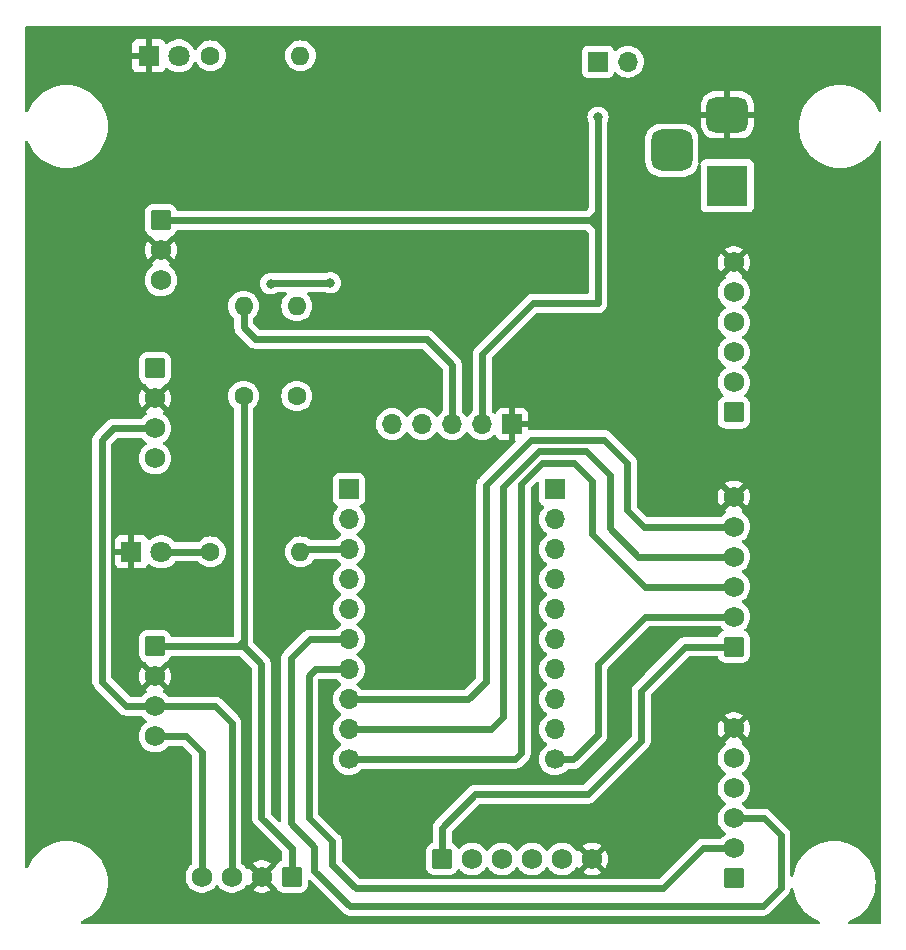
<source format=gbr>
%TF.GenerationSoftware,KiCad,Pcbnew,8.0.4-8.0.4-0~ubuntu22.04.1*%
%TF.CreationDate,2024-08-05T19:19:50+05:30*%
%TF.ProjectId,BSF-Control-V1.0,4253462d-436f-46e7-9472-6f6c2d56312e,rev?*%
%TF.SameCoordinates,Original*%
%TF.FileFunction,Copper,L2,Bot*%
%TF.FilePolarity,Positive*%
%FSLAX46Y46*%
G04 Gerber Fmt 4.6, Leading zero omitted, Abs format (unit mm)*
G04 Created by KiCad (PCBNEW 8.0.4-8.0.4-0~ubuntu22.04.1) date 2024-08-05 19:19:50*
%MOMM*%
%LPD*%
G01*
G04 APERTURE LIST*
G04 Aperture macros list*
%AMRoundRect*
0 Rectangle with rounded corners*
0 $1 Rounding radius*
0 $2 $3 $4 $5 $6 $7 $8 $9 X,Y pos of 4 corners*
0 Add a 4 corners polygon primitive as box body*
4,1,4,$2,$3,$4,$5,$6,$7,$8,$9,$2,$3,0*
0 Add four circle primitives for the rounded corners*
1,1,$1+$1,$2,$3*
1,1,$1+$1,$4,$5*
1,1,$1+$1,$6,$7*
1,1,$1+$1,$8,$9*
0 Add four rect primitives between the rounded corners*
20,1,$1+$1,$2,$3,$4,$5,0*
20,1,$1+$1,$4,$5,$6,$7,0*
20,1,$1+$1,$6,$7,$8,$9,0*
20,1,$1+$1,$8,$9,$2,$3,0*%
G04 Aperture macros list end*
%TA.AperFunction,ComponentPad*%
%ADD10RoundRect,0.250000X-0.620000X0.620000X-0.620000X-0.620000X0.620000X-0.620000X0.620000X0.620000X0*%
%TD*%
%TA.AperFunction,ComponentPad*%
%ADD11C,1.740000*%
%TD*%
%TA.AperFunction,ComponentPad*%
%ADD12R,1.700000X1.700000*%
%TD*%
%TA.AperFunction,ComponentPad*%
%ADD13O,1.700000X1.700000*%
%TD*%
%TA.AperFunction,ComponentPad*%
%ADD14C,1.700000*%
%TD*%
%TA.AperFunction,ComponentPad*%
%ADD15RoundRect,0.250000X0.620000X-0.620000X0.620000X0.620000X-0.620000X0.620000X-0.620000X-0.620000X0*%
%TD*%
%TA.AperFunction,ComponentPad*%
%ADD16R,1.800000X1.800000*%
%TD*%
%TA.AperFunction,ComponentPad*%
%ADD17C,1.800000*%
%TD*%
%TA.AperFunction,ComponentPad*%
%ADD18RoundRect,0.250000X0.620000X0.620000X-0.620000X0.620000X-0.620000X-0.620000X0.620000X-0.620000X0*%
%TD*%
%TA.AperFunction,ComponentPad*%
%ADD19C,1.600000*%
%TD*%
%TA.AperFunction,ComponentPad*%
%ADD20O,1.600000X1.600000*%
%TD*%
%TA.AperFunction,ComponentPad*%
%ADD21RoundRect,0.250000X-0.620000X-0.620000X0.620000X-0.620000X0.620000X0.620000X-0.620000X0.620000X0*%
%TD*%
%TA.AperFunction,ComponentPad*%
%ADD22R,3.500000X3.500000*%
%TD*%
%TA.AperFunction,ComponentPad*%
%ADD23RoundRect,0.750000X-1.000000X0.750000X-1.000000X-0.750000X1.000000X-0.750000X1.000000X0.750000X0*%
%TD*%
%TA.AperFunction,ComponentPad*%
%ADD24RoundRect,0.875000X-0.875000X0.875000X-0.875000X-0.875000X0.875000X-0.875000X0.875000X0.875000X0*%
%TD*%
%TA.AperFunction,ViaPad*%
%ADD25C,0.800000*%
%TD*%
%TA.AperFunction,Conductor*%
%ADD26C,0.600000*%
%TD*%
G04 APERTURE END LIST*
D10*
%TO.P,J2,1,Pin_1*%
%TO.N,+3V3*%
X125500000Y-73000000D03*
D11*
%TO.P,J2,2,Pin_2*%
%TO.N,GNDREF*%
X125500000Y-75540000D03*
%TO.P,J2,3,Pin_3*%
%TO.N,I2C_SCL*%
X125500000Y-78080000D03*
%TO.P,J2,4,Pin_4*%
%TO.N,I2C_SDA*%
X125500000Y-80620000D03*
%TD*%
D12*
%TO.P,U2,1,GND*%
%TO.N,unconnected-(U2-GND-Pad1)*%
X141907500Y-59700000D03*
D13*
%TO.P,U2,2,VDD*%
%TO.N,unconnected-(U2-VDD-Pad2)*%
X141907500Y-62240000D03*
%TO.P,U2,3,P00*%
%TO.N,PCF_DEBUG_LED*%
X141907500Y-64780000D03*
%TO.P,U2,4,P01*%
%TO.N,RELAY_2_IN1*%
X141907500Y-67320000D03*
%TO.P,U2,5,P02*%
%TO.N,RELAY_2_IN2*%
X141907500Y-69860000D03*
%TO.P,U2,6,P03*%
%TO.N,RELAY_2_IN3*%
X141907500Y-72400000D03*
%TO.P,U2,7,P04*%
%TO.N,RELAY_2_IN4*%
X141907500Y-74940000D03*
%TO.P,U2,8,P05*%
%TO.N,RELAY_3_IN1*%
X141907500Y-77480000D03*
%TO.P,U2,9,P06*%
%TO.N,RELAY_3_IN2*%
X141907500Y-80020000D03*
D14*
%TO.P,U2,10,P07*%
%TO.N,RELAY_3_IN3*%
X141907500Y-82560000D03*
%TO.P,U2,11,P10*%
%TO.N,RELAY_3_IN4*%
X159347500Y-82580000D03*
D13*
%TO.P,U2,12,P11*%
%TO.N,RELAY_4_IN1*%
X159347500Y-80040000D03*
%TO.P,U2,13,P12*%
%TO.N,RELAY_4_IN2*%
X159347500Y-77500000D03*
%TO.P,U2,14,P13*%
%TO.N,RELAY_4_IN3*%
X159347500Y-74960000D03*
%TO.P,U2,15,P14*%
%TO.N,RELAY_4_IN4*%
X159347500Y-72420000D03*
%TO.P,U2,16,P15*%
%TO.N,unconnected-(U2-P15-Pad16)*%
X159347500Y-69880000D03*
%TO.P,U2,17,P16*%
%TO.N,unconnected-(U2-P16-Pad17)*%
X159347500Y-67340000D03*
%TO.P,U2,18,P17*%
%TO.N,unconnected-(U2-P17-Pad18)*%
X159347500Y-64800000D03*
%TO.P,U2,19,VDD*%
%TO.N,unconnected-(U2-VDD-Pad19)*%
X159347500Y-62260000D03*
D12*
%TO.P,U2,20,GND*%
%TO.N,unconnected-(U2-GND-Pad20)*%
X159347500Y-59720000D03*
%TO.P,U2,21,GND*%
%TO.N,GNDREF*%
X155737500Y-54200000D03*
D13*
%TO.P,U2,22,VCC*%
%TO.N,+5V*%
X153197500Y-54200000D03*
%TO.P,U2,23,SDA*%
%TO.N,I2C_SDA*%
X150657500Y-54200000D03*
%TO.P,U2,24,SCL*%
%TO.N,I2C_SCL*%
X148117500Y-54200000D03*
%TO.P,U2,25,INT*%
%TO.N,unconnected-(U2-INT-Pad25)*%
X145577500Y-54200000D03*
%TD*%
D15*
%TO.P,J5,1,Pin_1*%
%TO.N,+5V*%
X174500000Y-92660000D03*
D11*
%TO.P,J5,2,Pin_2*%
%TO.N,RELAY_2_IN4*%
X174500000Y-90120000D03*
%TO.P,J5,3,Pin_3*%
%TO.N,RELAY_2_IN3*%
X174500000Y-87580000D03*
%TO.P,J5,4,Pin_4*%
%TO.N,RELAY_2_IN2*%
X174500000Y-85040000D03*
%TO.P,J5,5,Pin_5*%
%TO.N,RELAY_2_IN1*%
X174500000Y-82500000D03*
%TO.P,J5,6,Pin_6*%
%TO.N,GNDREF*%
X174500000Y-79960000D03*
%TD*%
D16*
%TO.P,D2,1,K*%
%TO.N,GNDREF*%
X123500000Y-65000000D03*
D17*
%TO.P,D2,2,A*%
%TO.N,Net-(D2-A)*%
X126040000Y-65000000D03*
%TD*%
D15*
%TO.P,J4,1,Pin_1*%
%TO.N,+5V*%
X174500000Y-53200000D03*
D11*
%TO.P,J4,2,Pin_2*%
%TO.N,RELAY_1_IN4*%
X174500000Y-50660000D03*
%TO.P,J4,3,Pin_3*%
%TO.N,RELAY_1_IN3*%
X174500000Y-48120000D03*
%TO.P,J4,4,Pin_4*%
%TO.N,RELAY_1_IN2*%
X174500000Y-45580000D03*
%TO.P,J4,5,Pin_5*%
%TO.N,RELAY_1_IN1*%
X174500000Y-43040000D03*
%TO.P,J4,6,Pin_6*%
%TO.N,GNDREF*%
X174500000Y-40500000D03*
%TD*%
D18*
%TO.P,J1,1,Pin_1*%
%TO.N,+3V3*%
X137080000Y-92500000D03*
D11*
%TO.P,J1,2,Pin_2*%
%TO.N,GNDREF*%
X134540000Y-92500000D03*
%TO.P,J1,3,Pin_3*%
%TO.N,I2C_SCL*%
X132000000Y-92500000D03*
%TO.P,J1,4,Pin_4*%
%TO.N,I2C_SDA*%
X129460000Y-92500000D03*
%TD*%
D12*
%TO.P,J10,1,Pin_1*%
%TO.N,+5V*%
X163000000Y-23500000D03*
D13*
%TO.P,J10,2,Pin_2*%
%TO.N,Net-(J10-Pin_2)*%
X165540000Y-23500000D03*
%TD*%
D10*
%TO.P,J3,1,Pin_1*%
%TO.N,+3V3*%
X125500000Y-49460000D03*
D11*
%TO.P,J3,2,Pin_2*%
%TO.N,GNDREF*%
X125500000Y-52000000D03*
%TO.P,J3,3,Pin_3*%
%TO.N,I2C_SCL*%
X125500000Y-54540000D03*
%TO.P,J3,4,Pin_4*%
%TO.N,I2C_SDA*%
X125500000Y-57080000D03*
%TD*%
D19*
%TO.P,R1,1*%
%TO.N,+3V3*%
X133000000Y-51810000D03*
D20*
%TO.P,R1,2*%
%TO.N,I2C_SDA*%
X133000000Y-44190000D03*
%TD*%
D15*
%TO.P,J6,1,Pin_1*%
%TO.N,+5V*%
X174500000Y-73040000D03*
D11*
%TO.P,J6,2,Pin_2*%
%TO.N,RELAY_3_IN4*%
X174500000Y-70500000D03*
%TO.P,J6,3,Pin_3*%
%TO.N,RELAY_3_IN3*%
X174500000Y-67960000D03*
%TO.P,J6,4,Pin_4*%
%TO.N,RELAY_3_IN2*%
X174500000Y-65420000D03*
%TO.P,J6,5,Pin_5*%
%TO.N,RELAY_3_IN1*%
X174500000Y-62880000D03*
%TO.P,J6,6,Pin_6*%
%TO.N,GNDREF*%
X174500000Y-60340000D03*
%TD*%
D19*
%TO.P,R4,1*%
%TO.N,Net-(D2-A)*%
X130190000Y-65000000D03*
D20*
%TO.P,R4,2*%
%TO.N,PCF_DEBUG_LED*%
X137810000Y-65000000D03*
%TD*%
D10*
%TO.P,J9,1,Pin_1*%
%TO.N,+5V*%
X126000000Y-36920000D03*
D11*
%TO.P,J9,2,Pin_2*%
%TO.N,GNDREF*%
X126000000Y-39460000D03*
%TO.P,J9,3,Pin_3*%
%TO.N,HUMIDIFIER_RELAY*%
X126000000Y-42000000D03*
%TD*%
D19*
%TO.P,R2,1*%
%TO.N,+3V3*%
X137500000Y-51810000D03*
D20*
%TO.P,R2,2*%
%TO.N,I2C_SCL*%
X137500000Y-44190000D03*
%TD*%
D16*
%TO.P,D1,1,K*%
%TO.N,GNDREF*%
X124960000Y-23000000D03*
D17*
%TO.P,D1,2,A*%
%TO.N,Net-(D1-A)*%
X127500000Y-23000000D03*
%TD*%
D19*
%TO.P,R3,1*%
%TO.N,Net-(D1-A)*%
X130190000Y-23000000D03*
D20*
%TO.P,R3,2*%
%TO.N,DEBUG_LED*%
X137810000Y-23000000D03*
%TD*%
D21*
%TO.P,J7,1,Pin_1*%
%TO.N,+5V*%
X149800000Y-91000000D03*
D11*
%TO.P,J7,2,Pin_2*%
%TO.N,RELAY_4_IN4*%
X152340000Y-91000000D03*
%TO.P,J7,3,Pin_3*%
%TO.N,RELAY_4_IN3*%
X154880000Y-91000000D03*
%TO.P,J7,4,Pin_4*%
%TO.N,RELAY_4_IN2*%
X157420000Y-91000000D03*
%TO.P,J7,5,Pin_5*%
%TO.N,RELAY_4_IN1*%
X159960000Y-91000000D03*
%TO.P,J7,6,Pin_6*%
%TO.N,GNDREF*%
X162500000Y-91000000D03*
%TD*%
D22*
%TO.P,J8,1*%
%TO.N,Net-(J10-Pin_2)*%
X173957500Y-34000000D03*
D23*
%TO.P,J8,2*%
%TO.N,GNDREF*%
X173957500Y-28000000D03*
D24*
%TO.P,J8,3*%
%TO.N,N/C*%
X169257500Y-31000000D03*
%TD*%
D25*
%TO.N,+3V3*%
X135275000Y-42300000D03*
X140350000Y-42225000D03*
%TO.N,+5V*%
X163000000Y-28200000D03*
%TD*%
D26*
%TO.N,RELAY_3_IN3*%
X141907500Y-82560000D02*
X155940000Y-82560000D01*
X162500000Y-59000000D02*
X162500000Y-63500000D01*
X155940000Y-82560000D02*
X156500000Y-82000000D01*
X156500000Y-82000000D02*
X156500000Y-59250000D01*
X158250000Y-57500000D02*
X161000000Y-57500000D01*
X162500000Y-63500000D02*
X166960000Y-67960000D01*
X156500000Y-59250000D02*
X158250000Y-57500000D01*
X161000000Y-57500000D02*
X162500000Y-59000000D01*
X166960000Y-67960000D02*
X174500000Y-67960000D01*
%TO.N,Net-(D2-A)*%
X130190000Y-65000000D02*
X126040000Y-65000000D01*
%TO.N,I2C_SCL*%
X125500000Y-54540000D02*
X121960000Y-54540000D01*
X130580000Y-78080000D02*
X132000000Y-79500000D01*
X121000000Y-55500000D02*
X121000000Y-76000000D01*
X121000000Y-76000000D02*
X123080000Y-78080000D01*
X123080000Y-78080000D02*
X125500000Y-78080000D01*
X125500000Y-78080000D02*
X130580000Y-78080000D01*
X121960000Y-54540000D02*
X121000000Y-55500000D01*
X132000000Y-79500000D02*
X132000000Y-92500000D01*
%TO.N,I2C_SDA*%
X150657500Y-49157500D02*
X148500000Y-47000000D01*
X133000000Y-46000000D02*
X133000000Y-44190000D01*
X129460000Y-81960000D02*
X129460000Y-92500000D01*
X128120000Y-80620000D02*
X129460000Y-81960000D01*
X150657500Y-54200000D02*
X150657500Y-49157500D01*
X125500000Y-80620000D02*
X128120000Y-80620000D01*
X148500000Y-47000000D02*
X134000000Y-47000000D01*
X134000000Y-47000000D02*
X133000000Y-46000000D01*
%TO.N,+3V3*%
X135350000Y-42225000D02*
X140350000Y-42225000D01*
X125500000Y-73000000D02*
X132500000Y-73000000D01*
X137080000Y-90080000D02*
X137080000Y-92500000D01*
X134500000Y-74500000D02*
X134500000Y-87500000D01*
X134500000Y-87500000D02*
X137080000Y-90080000D01*
X133000000Y-72500000D02*
X133000000Y-73000000D01*
X133000000Y-73000000D02*
X134500000Y-74500000D01*
X133000000Y-51810000D02*
X133000000Y-72500000D01*
X132500000Y-73000000D02*
X133000000Y-73000000D01*
X132500000Y-73000000D02*
X133000000Y-72500000D01*
X135275000Y-42300000D02*
X135350000Y-42225000D01*
%TO.N,+5V*%
X162880000Y-36920000D02*
X163000000Y-36800000D01*
X163000000Y-37625000D02*
X163000000Y-36800000D01*
X162330000Y-36920000D02*
X163000000Y-36250000D01*
X126000000Y-36920000D02*
X162200000Y-36920000D01*
X163000000Y-43975000D02*
X163000000Y-37625000D01*
X163000000Y-36800000D02*
X163000000Y-36250000D01*
X162295000Y-36920000D02*
X162330000Y-36920000D01*
X174500000Y-73040000D02*
X170385000Y-73040000D01*
X166650000Y-81025000D02*
X162150000Y-85525000D01*
X162150000Y-85525000D02*
X152625000Y-85525000D01*
X153197500Y-54200000D02*
X153197500Y-48272500D01*
X166650000Y-76775000D02*
X166650000Y-81025000D01*
X149800000Y-88350000D02*
X149800000Y-91000000D01*
X162200000Y-36920000D02*
X162295000Y-36920000D01*
X152625000Y-85525000D02*
X149800000Y-88350000D01*
X163000000Y-36250000D02*
X163000000Y-28200000D01*
X162200000Y-36920000D02*
X162880000Y-36920000D01*
X153197500Y-48272500D02*
X157495000Y-43975000D01*
X162295000Y-36920000D02*
X163000000Y-37625000D01*
X157495000Y-43975000D02*
X163000000Y-43975000D01*
X170385000Y-73040000D02*
X166650000Y-76775000D01*
%TO.N,RELAY_2_IN4*%
X141907500Y-74940000D02*
X139060000Y-74940000D01*
X171880000Y-90120000D02*
X174500000Y-90120000D01*
X139060000Y-74940000D02*
X138500000Y-75500000D01*
X138500000Y-75500000D02*
X138500000Y-87500000D01*
X168500000Y-93500000D02*
X171880000Y-90120000D01*
X138500000Y-87500000D02*
X140500000Y-89500000D01*
X142500000Y-93500000D02*
X168500000Y-93500000D01*
X140500000Y-89500000D02*
X140500000Y-91500000D01*
X140500000Y-91500000D02*
X142500000Y-93500000D01*
%TO.N,RELAY_2_IN3*%
X137000000Y-74000000D02*
X137000000Y-88000000D01*
X139000000Y-90000000D02*
X139000000Y-92000000D01*
X139000000Y-92000000D02*
X142000000Y-95000000D01*
X178500000Y-89000000D02*
X177080000Y-87580000D01*
X141907500Y-72400000D02*
X138600000Y-72400000D01*
X138600000Y-72400000D02*
X137000000Y-74000000D01*
X177080000Y-87580000D02*
X174500000Y-87580000D01*
X177000000Y-95000000D02*
X178500000Y-93500000D01*
X178500000Y-93500000D02*
X178500000Y-89000000D01*
X142000000Y-95000000D02*
X177000000Y-95000000D01*
X137000000Y-88000000D02*
X139000000Y-90000000D01*
%TO.N,RELAY_3_IN1*%
X153500000Y-76000000D02*
X153500000Y-59368630D01*
X165500000Y-61500000D02*
X165500000Y-57500000D01*
X165500000Y-57500000D02*
X163500000Y-55500000D01*
X157368630Y-55500000D02*
X163500000Y-55500000D01*
X153500000Y-59368630D02*
X157368630Y-55500000D01*
X141907500Y-77480000D02*
X152020000Y-77480000D01*
X152020000Y-77480000D02*
X153500000Y-76000000D01*
X166880000Y-62880000D02*
X165500000Y-61500000D01*
X174500000Y-62880000D02*
X166880000Y-62880000D01*
%TO.N,RELAY_3_IN2*%
X162000000Y-56500000D02*
X164000000Y-58500000D01*
X141907500Y-80020000D02*
X153980000Y-80020000D01*
X155000000Y-79000000D02*
X155000000Y-59500000D01*
X155000000Y-59500000D02*
X158000000Y-56500000D01*
X164000000Y-58500000D02*
X164000000Y-63000000D01*
X158000000Y-56500000D02*
X162000000Y-56500000D01*
X166420000Y-65420000D02*
X174500000Y-65420000D01*
X153980000Y-80020000D02*
X155000000Y-79000000D01*
X164000000Y-63000000D02*
X166420000Y-65420000D01*
%TO.N,RELAY_3_IN4*%
X163000000Y-74500000D02*
X167000000Y-70500000D01*
X163000000Y-80500000D02*
X163000000Y-74500000D01*
X159347500Y-82580000D02*
X160920000Y-82580000D01*
X167000000Y-70500000D02*
X174500000Y-70500000D01*
X160920000Y-82580000D02*
X163000000Y-80500000D01*
%TO.N,PCF_DEBUG_LED*%
X138030000Y-64780000D02*
X137810000Y-65000000D01*
X141907500Y-64780000D02*
X138030000Y-64780000D01*
%TD*%
%TA.AperFunction,Conductor*%
%TO.N,GNDREF*%
G36*
X186942539Y-20520185D02*
G01*
X186988294Y-20572989D01*
X186999500Y-20624500D01*
X186999500Y-27679570D01*
X186979815Y-27746609D01*
X186927011Y-27792364D01*
X186857853Y-27802308D01*
X186794297Y-27773283D01*
X186759736Y-27724008D01*
X186702255Y-27574264D01*
X186535682Y-27247348D01*
X186535679Y-27247343D01*
X186335852Y-26939635D01*
X186104952Y-26654498D01*
X186104949Y-26654494D01*
X185845506Y-26395051D01*
X185560366Y-26164149D01*
X185560364Y-26164147D01*
X185252656Y-25964320D01*
X184925739Y-25797746D01*
X184583206Y-25666260D01*
X184583199Y-25666258D01*
X184228794Y-25571295D01*
X184228790Y-25571294D01*
X184228789Y-25571294D01*
X183866405Y-25513898D01*
X183500001Y-25494696D01*
X183499999Y-25494696D01*
X183133594Y-25513898D01*
X182771211Y-25571294D01*
X182771209Y-25571294D01*
X182416793Y-25666260D01*
X182074260Y-25797746D01*
X181747343Y-25964320D01*
X181439635Y-26164147D01*
X181154498Y-26395047D01*
X181154490Y-26395054D01*
X180895054Y-26654490D01*
X180895047Y-26654498D01*
X180664147Y-26939635D01*
X180464320Y-27247343D01*
X180297746Y-27574260D01*
X180166260Y-27916793D01*
X180071294Y-28271209D01*
X180071294Y-28271211D01*
X180013898Y-28633594D01*
X179994804Y-28997930D01*
X179994696Y-29000000D01*
X180013898Y-29366404D01*
X180071295Y-29728794D01*
X180138272Y-29978756D01*
X180166260Y-30083206D01*
X180297746Y-30425739D01*
X180464320Y-30752656D01*
X180664147Y-31060364D01*
X180664149Y-31060366D01*
X180895051Y-31345506D01*
X181154494Y-31604949D01*
X181154498Y-31604952D01*
X181439635Y-31835852D01*
X181725115Y-32021244D01*
X181747348Y-32035682D01*
X182074264Y-32202255D01*
X182416801Y-32333742D01*
X182771206Y-32428705D01*
X183133596Y-32486102D01*
X183479734Y-32504241D01*
X183499999Y-32505304D01*
X183500000Y-32505304D01*
X183500001Y-32505304D01*
X183519203Y-32504297D01*
X183866404Y-32486102D01*
X184228794Y-32428705D01*
X184583199Y-32333742D01*
X184925736Y-32202255D01*
X185252652Y-32035682D01*
X185560366Y-31835851D01*
X185845506Y-31604949D01*
X186104949Y-31345506D01*
X186335851Y-31060366D01*
X186535682Y-30752652D01*
X186702255Y-30425736D01*
X186759736Y-30275991D01*
X186802138Y-30220459D01*
X186867832Y-30196666D01*
X186935960Y-30212167D01*
X186984893Y-30262041D01*
X186999500Y-30320429D01*
X186999500Y-96375500D01*
X186979815Y-96442539D01*
X186927011Y-96488294D01*
X186875500Y-96499500D01*
X184320430Y-96499500D01*
X184253391Y-96479815D01*
X184207636Y-96427011D01*
X184197692Y-96357853D01*
X184226717Y-96294297D01*
X184275992Y-96259736D01*
X184425736Y-96202255D01*
X184752652Y-96035682D01*
X185060366Y-95835851D01*
X185345506Y-95604949D01*
X185604949Y-95345506D01*
X185835851Y-95060366D01*
X186035682Y-94752652D01*
X186202255Y-94425736D01*
X186333742Y-94083199D01*
X186428705Y-93728794D01*
X186431253Y-93712710D01*
X186449210Y-93599331D01*
X186486102Y-93366404D01*
X186505304Y-93000000D01*
X186486102Y-92633596D01*
X186428705Y-92271206D01*
X186333742Y-91916801D01*
X186202255Y-91574264D01*
X186035682Y-91247348D01*
X186011663Y-91210362D01*
X185835852Y-90939635D01*
X185604952Y-90654498D01*
X185604949Y-90654494D01*
X185345506Y-90395051D01*
X185270171Y-90334046D01*
X185060364Y-90164147D01*
X184752656Y-89964320D01*
X184425739Y-89797746D01*
X184083206Y-89666260D01*
X184019463Y-89649180D01*
X183728794Y-89571295D01*
X183728790Y-89571294D01*
X183728789Y-89571294D01*
X183366405Y-89513898D01*
X183000001Y-89494696D01*
X182999999Y-89494696D01*
X182633594Y-89513898D01*
X182271211Y-89571294D01*
X182271209Y-89571294D01*
X181916793Y-89666260D01*
X181574260Y-89797746D01*
X181247343Y-89964320D01*
X180939635Y-90164147D01*
X180654498Y-90395047D01*
X180654490Y-90395054D01*
X180395054Y-90654490D01*
X180395047Y-90654498D01*
X180164147Y-90939635D01*
X179964320Y-91247343D01*
X179797746Y-91574260D01*
X179666260Y-91916793D01*
X179571294Y-92271209D01*
X179571294Y-92271211D01*
X179546973Y-92424768D01*
X179517044Y-92487903D01*
X179457732Y-92524834D01*
X179387870Y-92523836D01*
X179329637Y-92485226D01*
X179301523Y-92421262D01*
X179300500Y-92405370D01*
X179300500Y-88921158D01*
X179298900Y-88913117D01*
X179298899Y-88913111D01*
X179288013Y-88858382D01*
X179269737Y-88766503D01*
X179262694Y-88749500D01*
X179255834Y-88732939D01*
X179219516Y-88645258D01*
X179209394Y-88620821D01*
X179209392Y-88620819D01*
X179209392Y-88620817D01*
X179121790Y-88489712D01*
X179121789Y-88489711D01*
X179010289Y-88378211D01*
X178360288Y-87728210D01*
X177590292Y-86958213D01*
X177590288Y-86958210D01*
X177459185Y-86870609D01*
X177459172Y-86870602D01*
X177313501Y-86810264D01*
X177313489Y-86810261D01*
X177158845Y-86779500D01*
X177158842Y-86779500D01*
X175680217Y-86779500D01*
X175613178Y-86759815D01*
X175589609Y-86738270D01*
X175588697Y-86739110D01*
X175585224Y-86735337D01*
X175431396Y-86568235D01*
X175431391Y-86568231D01*
X175431389Y-86568229D01*
X175252169Y-86428736D01*
X175252163Y-86428732D01*
X175250140Y-86427637D01*
X175234280Y-86419054D01*
X175184691Y-86369837D01*
X175169581Y-86301621D01*
X175193751Y-86236065D01*
X175234280Y-86200945D01*
X175252161Y-86191269D01*
X175431396Y-86051765D01*
X175585224Y-85884663D01*
X175709450Y-85694521D01*
X175800685Y-85486526D01*
X175856441Y-85266350D01*
X175875197Y-85040000D01*
X175873101Y-85014711D01*
X175856441Y-84813653D01*
X175856441Y-84813650D01*
X175800685Y-84593474D01*
X175709450Y-84385479D01*
X175585224Y-84195337D01*
X175431396Y-84028235D01*
X175431391Y-84028231D01*
X175431389Y-84028229D01*
X175252169Y-83888736D01*
X175252163Y-83888732D01*
X175250140Y-83887637D01*
X175234280Y-83879054D01*
X175184691Y-83829837D01*
X175169581Y-83761621D01*
X175193751Y-83696065D01*
X175234280Y-83660945D01*
X175252161Y-83651269D01*
X175431396Y-83511765D01*
X175585224Y-83344663D01*
X175709450Y-83154521D01*
X175800685Y-82946526D01*
X175856441Y-82726350D01*
X175870225Y-82560000D01*
X175875197Y-82500005D01*
X175875197Y-82499994D01*
X175862183Y-82342940D01*
X175856441Y-82273650D01*
X175800685Y-82053474D01*
X175709450Y-81845479D01*
X175585224Y-81655337D01*
X175431396Y-81488235D01*
X175431391Y-81488231D01*
X175431389Y-81488229D01*
X175252169Y-81348736D01*
X175252158Y-81348729D01*
X175233754Y-81338769D01*
X175184164Y-81289549D01*
X175169057Y-81221332D01*
X175193229Y-81155777D01*
X175233760Y-81120658D01*
X175251882Y-81110851D01*
X175251884Y-81110850D01*
X175277420Y-81090974D01*
X174666152Y-80479704D01*
X174710362Y-80467859D01*
X174834638Y-80396109D01*
X174936109Y-80294638D01*
X175007859Y-80170362D01*
X175019705Y-80126152D01*
X175629512Y-80735959D01*
X175709009Y-80614279D01*
X175800210Y-80406361D01*
X175855945Y-80186270D01*
X175855947Y-80186258D01*
X175874695Y-79960005D01*
X175874695Y-79959994D01*
X175855947Y-79733741D01*
X175855945Y-79733729D01*
X175800210Y-79513638D01*
X175709008Y-79305717D01*
X175629512Y-79184039D01*
X175019705Y-79793847D01*
X175007859Y-79749638D01*
X174936109Y-79625362D01*
X174834638Y-79523891D01*
X174710362Y-79452141D01*
X174666151Y-79440294D01*
X175277420Y-78829025D01*
X175277420Y-78829023D01*
X175251891Y-78809154D01*
X175052210Y-78701091D01*
X175052201Y-78701088D01*
X174837471Y-78627370D01*
X174613520Y-78590000D01*
X174386480Y-78590000D01*
X174162528Y-78627370D01*
X173947798Y-78701088D01*
X173947789Y-78701091D01*
X173748108Y-78809154D01*
X173722578Y-78829023D01*
X173722578Y-78829024D01*
X174333848Y-79440294D01*
X174289638Y-79452141D01*
X174165362Y-79523891D01*
X174063891Y-79625362D01*
X173992141Y-79749638D01*
X173980294Y-79793848D01*
X173370485Y-79184039D01*
X173290990Y-79305720D01*
X173290989Y-79305722D01*
X173199789Y-79513638D01*
X173144054Y-79733729D01*
X173144052Y-79733741D01*
X173125305Y-79959994D01*
X173125305Y-79960005D01*
X173144052Y-80186258D01*
X173144054Y-80186270D01*
X173199789Y-80406361D01*
X173290991Y-80614282D01*
X173370485Y-80735958D01*
X173980294Y-80126150D01*
X173992141Y-80170362D01*
X174063891Y-80294638D01*
X174165362Y-80396109D01*
X174289638Y-80467859D01*
X174333847Y-80479705D01*
X173722577Y-81090974D01*
X173748113Y-81110848D01*
X173748115Y-81110850D01*
X173766243Y-81120660D01*
X173815834Y-81169879D01*
X173830942Y-81238096D01*
X173806772Y-81303651D01*
X173766247Y-81338768D01*
X173747841Y-81348729D01*
X173747830Y-81348736D01*
X173568610Y-81488229D01*
X173568607Y-81488232D01*
X173414776Y-81655337D01*
X173290548Y-81845482D01*
X173199314Y-82053475D01*
X173143558Y-82273653D01*
X173124803Y-82499994D01*
X173124803Y-82500005D01*
X173143558Y-82726346D01*
X173199314Y-82946524D01*
X173241923Y-83043664D01*
X173290550Y-83154521D01*
X173414776Y-83344663D01*
X173568604Y-83511765D01*
X173568607Y-83511767D01*
X173568610Y-83511770D01*
X173747830Y-83651263D01*
X173747845Y-83651273D01*
X173765719Y-83660946D01*
X173815309Y-83710165D01*
X173830417Y-83778382D01*
X173806246Y-83843937D01*
X173765719Y-83879054D01*
X173747845Y-83888726D01*
X173747830Y-83888736D01*
X173568610Y-84028229D01*
X173568607Y-84028232D01*
X173414776Y-84195337D01*
X173290548Y-84385482D01*
X173199314Y-84593475D01*
X173143558Y-84813653D01*
X173124803Y-85039994D01*
X173124803Y-85040005D01*
X173143558Y-85266346D01*
X173143558Y-85266349D01*
X173143559Y-85266350D01*
X173199315Y-85486526D01*
X173290550Y-85694521D01*
X173414776Y-85884663D01*
X173568604Y-86051765D01*
X173568607Y-86051767D01*
X173568610Y-86051770D01*
X173747830Y-86191263D01*
X173747845Y-86191273D01*
X173765719Y-86200946D01*
X173815309Y-86250165D01*
X173830417Y-86318382D01*
X173806246Y-86383937D01*
X173765719Y-86419054D01*
X173747845Y-86428726D01*
X173747830Y-86428736D01*
X173568610Y-86568229D01*
X173568607Y-86568232D01*
X173414776Y-86735337D01*
X173290548Y-86925482D01*
X173199314Y-87133475D01*
X173143558Y-87353653D01*
X173124803Y-87579994D01*
X173124803Y-87580005D01*
X173143558Y-87806346D01*
X173199314Y-88026524D01*
X173238785Y-88116510D01*
X173290550Y-88234521D01*
X173414776Y-88424663D01*
X173568604Y-88591765D01*
X173568607Y-88591767D01*
X173568610Y-88591770D01*
X173747830Y-88731263D01*
X173747845Y-88731273D01*
X173765719Y-88740946D01*
X173815309Y-88790165D01*
X173830417Y-88858382D01*
X173806246Y-88923937D01*
X173765719Y-88959054D01*
X173747845Y-88968726D01*
X173747830Y-88968736D01*
X173568610Y-89108229D01*
X173568607Y-89108232D01*
X173568604Y-89108234D01*
X173568604Y-89108235D01*
X173422909Y-89266503D01*
X173411303Y-89279110D01*
X173409531Y-89277478D01*
X173360988Y-89312454D01*
X173319783Y-89319500D01*
X171801155Y-89319500D01*
X171646510Y-89350261D01*
X171646498Y-89350264D01*
X171500827Y-89410602D01*
X171500814Y-89410609D01*
X171369711Y-89498210D01*
X171369707Y-89498213D01*
X168204741Y-92663181D01*
X168143418Y-92696666D01*
X168117060Y-92699500D01*
X142882940Y-92699500D01*
X142815901Y-92679815D01*
X142795259Y-92663181D01*
X141336819Y-91204741D01*
X141303334Y-91143418D01*
X141300500Y-91117060D01*
X141300500Y-89421155D01*
X141300499Y-89421153D01*
X141286398Y-89350263D01*
X141269737Y-89266503D01*
X141269735Y-89266498D01*
X141209397Y-89120827D01*
X141209390Y-89120814D01*
X141121790Y-88989712D01*
X141091132Y-88959054D01*
X141010289Y-88878211D01*
X139336819Y-87204741D01*
X139303334Y-87143418D01*
X139300500Y-87117060D01*
X139300500Y-75882940D01*
X139320185Y-75815901D01*
X139336819Y-75795259D01*
X139355259Y-75776819D01*
X139416582Y-75743334D01*
X139442940Y-75740500D01*
X140754809Y-75740500D01*
X140821848Y-75760185D01*
X140856384Y-75793376D01*
X140869008Y-75811405D01*
X141036097Y-75978493D01*
X141036103Y-75978498D01*
X141221658Y-76108425D01*
X141265283Y-76163002D01*
X141272477Y-76232500D01*
X141240954Y-76294855D01*
X141221658Y-76311575D01*
X141036097Y-76441505D01*
X140869005Y-76608597D01*
X140733465Y-76802169D01*
X140733464Y-76802171D01*
X140633598Y-77016335D01*
X140633594Y-77016344D01*
X140572438Y-77244586D01*
X140572436Y-77244596D01*
X140551841Y-77479999D01*
X140551841Y-77480000D01*
X140572436Y-77715403D01*
X140572438Y-77715413D01*
X140633594Y-77943655D01*
X140633596Y-77943659D01*
X140633597Y-77943663D01*
X140642924Y-77963664D01*
X140733465Y-78157830D01*
X140733467Y-78157834D01*
X140869001Y-78351395D01*
X140869006Y-78351402D01*
X141036097Y-78518493D01*
X141036103Y-78518498D01*
X141221658Y-78648425D01*
X141265283Y-78703002D01*
X141272477Y-78772500D01*
X141240954Y-78834855D01*
X141221658Y-78851575D01*
X141036097Y-78981505D01*
X140869005Y-79148597D01*
X140733465Y-79342169D01*
X140733464Y-79342171D01*
X140633598Y-79556335D01*
X140633594Y-79556344D01*
X140572438Y-79784586D01*
X140572436Y-79784596D01*
X140551841Y-80019999D01*
X140551841Y-80020000D01*
X140572436Y-80255403D01*
X140572438Y-80255413D01*
X140633594Y-80483655D01*
X140633596Y-80483659D01*
X140633597Y-80483663D01*
X140697172Y-80620000D01*
X140733465Y-80697830D01*
X140733467Y-80697834D01*
X140869001Y-80891395D01*
X140869006Y-80891402D01*
X141036097Y-81058493D01*
X141036103Y-81058498D01*
X141221658Y-81188425D01*
X141265283Y-81243002D01*
X141272477Y-81312500D01*
X141240954Y-81374855D01*
X141221658Y-81391575D01*
X141036097Y-81521505D01*
X140869005Y-81688597D01*
X140733465Y-81882169D01*
X140733464Y-81882171D01*
X140633598Y-82096335D01*
X140633594Y-82096344D01*
X140572438Y-82324586D01*
X140572436Y-82324596D01*
X140551841Y-82559999D01*
X140551841Y-82560000D01*
X140572436Y-82795403D01*
X140572438Y-82795413D01*
X140633594Y-83023655D01*
X140633596Y-83023659D01*
X140633597Y-83023663D01*
X140694617Y-83154521D01*
X140733465Y-83237830D01*
X140733467Y-83237834D01*
X140825838Y-83369752D01*
X140869005Y-83431401D01*
X141036099Y-83598495D01*
X141111465Y-83651267D01*
X141229665Y-83734032D01*
X141229667Y-83734033D01*
X141229670Y-83734035D01*
X141443837Y-83833903D01*
X141672092Y-83895063D01*
X141860418Y-83911539D01*
X141907499Y-83915659D01*
X141907500Y-83915659D01*
X141907501Y-83915659D01*
X141946734Y-83912226D01*
X142142908Y-83895063D01*
X142371163Y-83833903D01*
X142585330Y-83734035D01*
X142778901Y-83598495D01*
X142945995Y-83431401D01*
X142958616Y-83413375D01*
X143013193Y-83369752D01*
X143060191Y-83360500D01*
X156018844Y-83360500D01*
X156018845Y-83360499D01*
X156173497Y-83329737D01*
X156319179Y-83269394D01*
X156450289Y-83181789D01*
X157121789Y-82510289D01*
X157209394Y-82379179D01*
X157269738Y-82233497D01*
X157300500Y-82078842D01*
X157300500Y-81921157D01*
X157300500Y-59632939D01*
X157320185Y-59565900D01*
X157336815Y-59545262D01*
X157785319Y-59096757D01*
X157846642Y-59063273D01*
X157916334Y-59068257D01*
X157972267Y-59110129D01*
X157996684Y-59175593D01*
X157997000Y-59184439D01*
X157997000Y-60617870D01*
X157997001Y-60617876D01*
X158003408Y-60677483D01*
X158053702Y-60812328D01*
X158053706Y-60812335D01*
X158139952Y-60927544D01*
X158139955Y-60927547D01*
X158255164Y-61013793D01*
X158255171Y-61013797D01*
X158386581Y-61062810D01*
X158442515Y-61104681D01*
X158466932Y-61170145D01*
X158452080Y-61238418D01*
X158430930Y-61266673D01*
X158309003Y-61388600D01*
X158173465Y-61582169D01*
X158173464Y-61582171D01*
X158073598Y-61796335D01*
X158073594Y-61796344D01*
X158012438Y-62024586D01*
X158012436Y-62024596D01*
X157991841Y-62259999D01*
X157991841Y-62260000D01*
X158012436Y-62495403D01*
X158012438Y-62495413D01*
X158073594Y-62723655D01*
X158073596Y-62723659D01*
X158073597Y-62723663D01*
X158146496Y-62879994D01*
X158173465Y-62937830D01*
X158173467Y-62937834D01*
X158309001Y-63131395D01*
X158309006Y-63131402D01*
X158476097Y-63298493D01*
X158476103Y-63298498D01*
X158661658Y-63428425D01*
X158705283Y-63483002D01*
X158712477Y-63552500D01*
X158680954Y-63614855D01*
X158661658Y-63631575D01*
X158476097Y-63761505D01*
X158309005Y-63928597D01*
X158173465Y-64122169D01*
X158173464Y-64122171D01*
X158073598Y-64336335D01*
X158073594Y-64336344D01*
X158012438Y-64564586D01*
X158012436Y-64564596D01*
X157991841Y-64799999D01*
X157991841Y-64800000D01*
X158012436Y-65035403D01*
X158012438Y-65035413D01*
X158073594Y-65263655D01*
X158073596Y-65263659D01*
X158073597Y-65263663D01*
X158079493Y-65276306D01*
X158173465Y-65477830D01*
X158173467Y-65477834D01*
X158309001Y-65671395D01*
X158309006Y-65671402D01*
X158476097Y-65838493D01*
X158476103Y-65838498D01*
X158661658Y-65968425D01*
X158705283Y-66023002D01*
X158712477Y-66092500D01*
X158680954Y-66154855D01*
X158661658Y-66171575D01*
X158476097Y-66301505D01*
X158309005Y-66468597D01*
X158173465Y-66662169D01*
X158173464Y-66662171D01*
X158073598Y-66876335D01*
X158073594Y-66876344D01*
X158012438Y-67104586D01*
X158012436Y-67104596D01*
X157991841Y-67339999D01*
X157991841Y-67340000D01*
X158012436Y-67575403D01*
X158012438Y-67575413D01*
X158073594Y-67803655D01*
X158073596Y-67803659D01*
X158073597Y-67803663D01*
X158146496Y-67959994D01*
X158173465Y-68017830D01*
X158173467Y-68017834D01*
X158309001Y-68211395D01*
X158309006Y-68211402D01*
X158476097Y-68378493D01*
X158476103Y-68378498D01*
X158661658Y-68508425D01*
X158705283Y-68563002D01*
X158712477Y-68632500D01*
X158680954Y-68694855D01*
X158661658Y-68711575D01*
X158476097Y-68841505D01*
X158309005Y-69008597D01*
X158173465Y-69202169D01*
X158173464Y-69202171D01*
X158073598Y-69416335D01*
X158073594Y-69416344D01*
X158012438Y-69644586D01*
X158012436Y-69644596D01*
X157991841Y-69879999D01*
X157991841Y-69880000D01*
X158012436Y-70115403D01*
X158012438Y-70115413D01*
X158073594Y-70343655D01*
X158073596Y-70343659D01*
X158073597Y-70343663D01*
X158146496Y-70499994D01*
X158173465Y-70557830D01*
X158173467Y-70557834D01*
X158309001Y-70751395D01*
X158309006Y-70751402D01*
X158476097Y-70918493D01*
X158476103Y-70918498D01*
X158661658Y-71048425D01*
X158705283Y-71103002D01*
X158712477Y-71172500D01*
X158680954Y-71234855D01*
X158661658Y-71251575D01*
X158476097Y-71381505D01*
X158309005Y-71548597D01*
X158173465Y-71742169D01*
X158173464Y-71742171D01*
X158073598Y-71956335D01*
X158073594Y-71956344D01*
X158012438Y-72184586D01*
X158012436Y-72184596D01*
X157991841Y-72419999D01*
X157991841Y-72420000D01*
X158012436Y-72655403D01*
X158012438Y-72655413D01*
X158073594Y-72883655D01*
X158073596Y-72883659D01*
X158073597Y-72883663D01*
X158164139Y-73077830D01*
X158173465Y-73097830D01*
X158173467Y-73097834D01*
X158309001Y-73291395D01*
X158309006Y-73291402D01*
X158476097Y-73458493D01*
X158476103Y-73458498D01*
X158661658Y-73588425D01*
X158705283Y-73643002D01*
X158712477Y-73712500D01*
X158680954Y-73774855D01*
X158661658Y-73791575D01*
X158476097Y-73921505D01*
X158309005Y-74088597D01*
X158173465Y-74282169D01*
X158173464Y-74282171D01*
X158073598Y-74496335D01*
X158073594Y-74496344D01*
X158012438Y-74724586D01*
X158012436Y-74724596D01*
X157991841Y-74959999D01*
X157991841Y-74960000D01*
X158012436Y-75195403D01*
X158012438Y-75195413D01*
X158073594Y-75423655D01*
X158073596Y-75423659D01*
X158073597Y-75423663D01*
X158161304Y-75611751D01*
X158173465Y-75637830D01*
X158173467Y-75637834D01*
X158309001Y-75831395D01*
X158309006Y-75831402D01*
X158476097Y-75998493D01*
X158476103Y-75998498D01*
X158661658Y-76128425D01*
X158705283Y-76183002D01*
X158712477Y-76252500D01*
X158680954Y-76314855D01*
X158661658Y-76331575D01*
X158476097Y-76461505D01*
X158309005Y-76628597D01*
X158173465Y-76822169D01*
X158173464Y-76822171D01*
X158073598Y-77036335D01*
X158073594Y-77036344D01*
X158012438Y-77264586D01*
X158012436Y-77264596D01*
X157991841Y-77499999D01*
X157991841Y-77500000D01*
X158012436Y-77735403D01*
X158012438Y-77735413D01*
X158073594Y-77963655D01*
X158073596Y-77963659D01*
X158073597Y-77963663D01*
X158164139Y-78157830D01*
X158173465Y-78177830D01*
X158173467Y-78177834D01*
X158309001Y-78371395D01*
X158309006Y-78371402D01*
X158476097Y-78538493D01*
X158476103Y-78538498D01*
X158661658Y-78668425D01*
X158705283Y-78723002D01*
X158712477Y-78792500D01*
X158680954Y-78854855D01*
X158661658Y-78871575D01*
X158476097Y-79001505D01*
X158309005Y-79168597D01*
X158173465Y-79362169D01*
X158173464Y-79362171D01*
X158073598Y-79576335D01*
X158073594Y-79576344D01*
X158012438Y-79804586D01*
X158012436Y-79804596D01*
X157991841Y-80039999D01*
X157991841Y-80040000D01*
X158012436Y-80275403D01*
X158012438Y-80275413D01*
X158073594Y-80503655D01*
X158073596Y-80503659D01*
X158073597Y-80503663D01*
X158138133Y-80642060D01*
X158173465Y-80717830D01*
X158173467Y-80717834D01*
X158309001Y-80911395D01*
X158309006Y-80911402D01*
X158476097Y-81078493D01*
X158476103Y-81078498D01*
X158661658Y-81208425D01*
X158705283Y-81263002D01*
X158712477Y-81332500D01*
X158680954Y-81394855D01*
X158661658Y-81411575D01*
X158476097Y-81541505D01*
X158309005Y-81708597D01*
X158173465Y-81902169D01*
X158173464Y-81902171D01*
X158073598Y-82116335D01*
X158073594Y-82116344D01*
X158012438Y-82344586D01*
X158012436Y-82344596D01*
X157991841Y-82579999D01*
X157991841Y-82580000D01*
X158012436Y-82815403D01*
X158012438Y-82815413D01*
X158073594Y-83043655D01*
X158073596Y-83043659D01*
X158073597Y-83043663D01*
X158147331Y-83201786D01*
X158173465Y-83257830D01*
X158173467Y-83257834D01*
X158265838Y-83389752D01*
X158309005Y-83451401D01*
X158476099Y-83618495D01*
X158572884Y-83686265D01*
X158669665Y-83754032D01*
X158669667Y-83754033D01*
X158669670Y-83754035D01*
X158883837Y-83853903D01*
X159112092Y-83915063D01*
X159300418Y-83931539D01*
X159347499Y-83935659D01*
X159347500Y-83935659D01*
X159347501Y-83935659D01*
X159386734Y-83932226D01*
X159582908Y-83915063D01*
X159811163Y-83853903D01*
X160025330Y-83754035D01*
X160218901Y-83618495D01*
X160385995Y-83451401D01*
X160398616Y-83433375D01*
X160453193Y-83389752D01*
X160500191Y-83380500D01*
X160998844Y-83380500D01*
X160998845Y-83380499D01*
X161153497Y-83349737D01*
X161299179Y-83289394D01*
X161430289Y-83201789D01*
X163621789Y-81010289D01*
X163636267Y-80988620D01*
X163664640Y-80946159D01*
X163664640Y-80946158D01*
X163687868Y-80911395D01*
X163709394Y-80879179D01*
X163769737Y-80733497D01*
X163769737Y-80733494D01*
X163769739Y-80733490D01*
X163776832Y-80697831D01*
X163776832Y-80697830D01*
X163800500Y-80578845D01*
X163800500Y-74882940D01*
X163820185Y-74815901D01*
X163836819Y-74795259D01*
X167295259Y-71336819D01*
X167356582Y-71303334D01*
X167382940Y-71300500D01*
X173319783Y-71300500D01*
X173386822Y-71320185D01*
X173410390Y-71341729D01*
X173411303Y-71340890D01*
X173414775Y-71344661D01*
X173414776Y-71344663D01*
X173568604Y-71511765D01*
X173580631Y-71521126D01*
X173585125Y-71524624D01*
X173625938Y-71581335D01*
X173629611Y-71651108D01*
X173594980Y-71711791D01*
X173566694Y-71731202D01*
X173566813Y-71731395D01*
X173562872Y-71733825D01*
X173561368Y-71734858D01*
X173560673Y-71735181D01*
X173411342Y-71827289D01*
X173287289Y-71951342D01*
X173195187Y-72100663D01*
X173195185Y-72100668D01*
X173177346Y-72154504D01*
X173137573Y-72211949D01*
X173073057Y-72238772D01*
X173059640Y-72239500D01*
X170306153Y-72239500D01*
X170151510Y-72270260D01*
X170151502Y-72270262D01*
X170005824Y-72330604D01*
X170005814Y-72330609D01*
X169874711Y-72418210D01*
X169874707Y-72418213D01*
X166979193Y-75313729D01*
X166139711Y-76153211D01*
X166109920Y-76183002D01*
X166028209Y-76264712D01*
X165940609Y-76395814D01*
X165940602Y-76395827D01*
X165880264Y-76541498D01*
X165880261Y-76541510D01*
X165849500Y-76696153D01*
X165849500Y-80642060D01*
X165829815Y-80709099D01*
X165813181Y-80729741D01*
X161854741Y-84688181D01*
X161793418Y-84721666D01*
X161767060Y-84724500D01*
X152546156Y-84724500D01*
X152519666Y-84729769D01*
X152493175Y-84735039D01*
X152493174Y-84735039D01*
X152391510Y-84755261D01*
X152391498Y-84755264D01*
X152245827Y-84815602D01*
X152245814Y-84815609D01*
X152114712Y-84903209D01*
X152058962Y-84958960D01*
X152003211Y-85014711D01*
X152003209Y-85014713D01*
X149272270Y-87745651D01*
X149178213Y-87839707D01*
X149178210Y-87839711D01*
X149090609Y-87970814D01*
X149090602Y-87970827D01*
X149030264Y-88116498D01*
X149030261Y-88116510D01*
X148999500Y-88271153D01*
X148999500Y-89559639D01*
X148979815Y-89626678D01*
X148927011Y-89672433D01*
X148914506Y-89677344D01*
X148860668Y-89695184D01*
X148711342Y-89787289D01*
X148587289Y-89911342D01*
X148495187Y-90060663D01*
X148495185Y-90060668D01*
X148483663Y-90095440D01*
X148440001Y-90227203D01*
X148440001Y-90227204D01*
X148440000Y-90227204D01*
X148429500Y-90329983D01*
X148429500Y-91670001D01*
X148429501Y-91670018D01*
X148440000Y-91772796D01*
X148440001Y-91772799D01*
X148477100Y-91884755D01*
X148495186Y-91939334D01*
X148587288Y-92088656D01*
X148711344Y-92212712D01*
X148860666Y-92304814D01*
X149027203Y-92359999D01*
X149129991Y-92370500D01*
X150470008Y-92370499D01*
X150572797Y-92359999D01*
X150739334Y-92304814D01*
X150888656Y-92212712D01*
X151012712Y-92088656D01*
X151104814Y-91939334D01*
X151104816Y-91939326D01*
X151106297Y-91936151D01*
X151107899Y-91934330D01*
X151108605Y-91933187D01*
X151108800Y-91933307D01*
X151152464Y-91883706D01*
X151219655Y-91864547D01*
X151286539Y-91884755D01*
X151309914Y-91904559D01*
X151388550Y-91989981D01*
X151408606Y-92011767D01*
X151408610Y-92011770D01*
X151587830Y-92151263D01*
X151587836Y-92151267D01*
X151587839Y-92151269D01*
X151613881Y-92165362D01*
X151786732Y-92258905D01*
X151787590Y-92259369D01*
X152002409Y-92333116D01*
X152226437Y-92370500D01*
X152226438Y-92370500D01*
X152453562Y-92370500D01*
X152453563Y-92370500D01*
X152677591Y-92333116D01*
X152892410Y-92259369D01*
X153092161Y-92151269D01*
X153092700Y-92150850D01*
X153217808Y-92053474D01*
X153271396Y-92011765D01*
X153425224Y-91844663D01*
X153472175Y-91772799D01*
X153506191Y-91720734D01*
X153559338Y-91675377D01*
X153628569Y-91665953D01*
X153691905Y-91695455D01*
X153713809Y-91720734D01*
X153794773Y-91844660D01*
X153794776Y-91844663D01*
X153948604Y-92011765D01*
X153948607Y-92011767D01*
X153948610Y-92011770D01*
X154127830Y-92151263D01*
X154127836Y-92151267D01*
X154127839Y-92151269D01*
X154153881Y-92165362D01*
X154326732Y-92258905D01*
X154327590Y-92259369D01*
X154542409Y-92333116D01*
X154766437Y-92370500D01*
X154766438Y-92370500D01*
X154993562Y-92370500D01*
X154993563Y-92370500D01*
X155217591Y-92333116D01*
X155432410Y-92259369D01*
X155632161Y-92151269D01*
X155632700Y-92150850D01*
X155757808Y-92053474D01*
X155811396Y-92011765D01*
X155965224Y-91844663D01*
X156012175Y-91772799D01*
X156046191Y-91720734D01*
X156099338Y-91675377D01*
X156168569Y-91665953D01*
X156231905Y-91695455D01*
X156253809Y-91720734D01*
X156334773Y-91844660D01*
X156334776Y-91844663D01*
X156488604Y-92011765D01*
X156488607Y-92011767D01*
X156488610Y-92011770D01*
X156667830Y-92151263D01*
X156667836Y-92151267D01*
X156667839Y-92151269D01*
X156693881Y-92165362D01*
X156866732Y-92258905D01*
X156867590Y-92259369D01*
X157082409Y-92333116D01*
X157306437Y-92370500D01*
X157306438Y-92370500D01*
X157533562Y-92370500D01*
X157533563Y-92370500D01*
X157757591Y-92333116D01*
X157972410Y-92259369D01*
X158172161Y-92151269D01*
X158172700Y-92150850D01*
X158297808Y-92053474D01*
X158351396Y-92011765D01*
X158505224Y-91844663D01*
X158552175Y-91772799D01*
X158586191Y-91720734D01*
X158639338Y-91675377D01*
X158708569Y-91665953D01*
X158771905Y-91695455D01*
X158793809Y-91720734D01*
X158874773Y-91844660D01*
X158874776Y-91844663D01*
X159028604Y-92011765D01*
X159028607Y-92011767D01*
X159028610Y-92011770D01*
X159207830Y-92151263D01*
X159207836Y-92151267D01*
X159207839Y-92151269D01*
X159233881Y-92165362D01*
X159406732Y-92258905D01*
X159407590Y-92259369D01*
X159622409Y-92333116D01*
X159846437Y-92370500D01*
X159846438Y-92370500D01*
X160073562Y-92370500D01*
X160073563Y-92370500D01*
X160297591Y-92333116D01*
X160512410Y-92259369D01*
X160712161Y-92151269D01*
X160712700Y-92150850D01*
X160837808Y-92053474D01*
X160891396Y-92011765D01*
X161045224Y-91844663D01*
X161126490Y-91720276D01*
X161179635Y-91674920D01*
X161248866Y-91665496D01*
X161312202Y-91694998D01*
X161334107Y-91720277D01*
X161370485Y-91775958D01*
X161980294Y-91166150D01*
X161992141Y-91210362D01*
X162063891Y-91334638D01*
X162165362Y-91436109D01*
X162289638Y-91507859D01*
X162333847Y-91519705D01*
X161722577Y-92130974D01*
X161748112Y-92150848D01*
X161947789Y-92258908D01*
X161947798Y-92258911D01*
X162162528Y-92332629D01*
X162386480Y-92370000D01*
X162613520Y-92370000D01*
X162837471Y-92332629D01*
X163052201Y-92258911D01*
X163052215Y-92258905D01*
X163251881Y-92150852D01*
X163251884Y-92150850D01*
X163277420Y-92130974D01*
X162666152Y-91519704D01*
X162710362Y-91507859D01*
X162834638Y-91436109D01*
X162936109Y-91334638D01*
X163007859Y-91210362D01*
X163019705Y-91166152D01*
X163629512Y-91775959D01*
X163709009Y-91654279D01*
X163800210Y-91446361D01*
X163855945Y-91226270D01*
X163855947Y-91226258D01*
X163874695Y-91000005D01*
X163874695Y-90999994D01*
X163855947Y-90773741D01*
X163855945Y-90773729D01*
X163800210Y-90553638D01*
X163709008Y-90345717D01*
X163629512Y-90224039D01*
X163019705Y-90833847D01*
X163007859Y-90789638D01*
X162936109Y-90665362D01*
X162834638Y-90563891D01*
X162710362Y-90492141D01*
X162666151Y-90480294D01*
X163277420Y-89869025D01*
X163277420Y-89869023D01*
X163251891Y-89849154D01*
X163052210Y-89741091D01*
X163052201Y-89741088D01*
X162837471Y-89667370D01*
X162613520Y-89630000D01*
X162386480Y-89630000D01*
X162162528Y-89667370D01*
X161947798Y-89741088D01*
X161947789Y-89741091D01*
X161748108Y-89849154D01*
X161722578Y-89869023D01*
X161722578Y-89869024D01*
X162333848Y-90480294D01*
X162289638Y-90492141D01*
X162165362Y-90563891D01*
X162063891Y-90665362D01*
X161992141Y-90789638D01*
X161980294Y-90833848D01*
X161370485Y-90224039D01*
X161334107Y-90279722D01*
X161280961Y-90325079D01*
X161211730Y-90334503D01*
X161148394Y-90305002D01*
X161126489Y-90279722D01*
X161045226Y-90155339D01*
X161012694Y-90120000D01*
X160891396Y-89988235D01*
X160891391Y-89988231D01*
X160891389Y-89988229D01*
X160712169Y-89848736D01*
X160712163Y-89848732D01*
X160512411Y-89740631D01*
X160512406Y-89740629D01*
X160297593Y-89666884D01*
X160121929Y-89637571D01*
X160073563Y-89629500D01*
X159846437Y-89629500D01*
X159798071Y-89637571D01*
X159622406Y-89666884D01*
X159407593Y-89740629D01*
X159407588Y-89740631D01*
X159207836Y-89848732D01*
X159207830Y-89848736D01*
X159028610Y-89988229D01*
X159028607Y-89988232D01*
X159028604Y-89988234D01*
X159028604Y-89988235D01*
X158907306Y-90120000D01*
X158874776Y-90155337D01*
X158793809Y-90279266D01*
X158740662Y-90324622D01*
X158671431Y-90334046D01*
X158608095Y-90304544D01*
X158586191Y-90279266D01*
X158546312Y-90218227D01*
X158505224Y-90155337D01*
X158351396Y-89988235D01*
X158351391Y-89988231D01*
X158351389Y-89988229D01*
X158172169Y-89848736D01*
X158172163Y-89848732D01*
X157972411Y-89740631D01*
X157972406Y-89740629D01*
X157757593Y-89666884D01*
X157581929Y-89637571D01*
X157533563Y-89629500D01*
X157306437Y-89629500D01*
X157258071Y-89637571D01*
X157082406Y-89666884D01*
X156867593Y-89740629D01*
X156867588Y-89740631D01*
X156667836Y-89848732D01*
X156667830Y-89848736D01*
X156488610Y-89988229D01*
X156488607Y-89988232D01*
X156488604Y-89988234D01*
X156488604Y-89988235D01*
X156367306Y-90120000D01*
X156334776Y-90155337D01*
X156253809Y-90279266D01*
X156200662Y-90324622D01*
X156131431Y-90334046D01*
X156068095Y-90304544D01*
X156046191Y-90279266D01*
X156006312Y-90218227D01*
X155965224Y-90155337D01*
X155811396Y-89988235D01*
X155811391Y-89988231D01*
X155811389Y-89988229D01*
X155632169Y-89848736D01*
X155632163Y-89848732D01*
X155432411Y-89740631D01*
X155432406Y-89740629D01*
X155217593Y-89666884D01*
X155041929Y-89637571D01*
X154993563Y-89629500D01*
X154766437Y-89629500D01*
X154718071Y-89637571D01*
X154542406Y-89666884D01*
X154327593Y-89740629D01*
X154327588Y-89740631D01*
X154127836Y-89848732D01*
X154127830Y-89848736D01*
X153948610Y-89988229D01*
X153948607Y-89988232D01*
X153948604Y-89988234D01*
X153948604Y-89988235D01*
X153827306Y-90120000D01*
X153794776Y-90155337D01*
X153713809Y-90279266D01*
X153660662Y-90324622D01*
X153591431Y-90334046D01*
X153528095Y-90304544D01*
X153506191Y-90279266D01*
X153466312Y-90218227D01*
X153425224Y-90155337D01*
X153271396Y-89988235D01*
X153271391Y-89988231D01*
X153271389Y-89988229D01*
X153092169Y-89848736D01*
X153092163Y-89848732D01*
X152892411Y-89740631D01*
X152892406Y-89740629D01*
X152677593Y-89666884D01*
X152501929Y-89637571D01*
X152453563Y-89629500D01*
X152226437Y-89629500D01*
X152178071Y-89637571D01*
X152002406Y-89666884D01*
X151787593Y-89740629D01*
X151787588Y-89740631D01*
X151587836Y-89848732D01*
X151587830Y-89848736D01*
X151408610Y-89988229D01*
X151408606Y-89988233D01*
X151309914Y-90095440D01*
X151250027Y-90131430D01*
X151180189Y-90129329D01*
X151122573Y-90089804D01*
X151106299Y-90063853D01*
X151104815Y-90060670D01*
X151104814Y-90060666D01*
X151012712Y-89911344D01*
X150888656Y-89787288D01*
X150739334Y-89695186D01*
X150739332Y-89695185D01*
X150739330Y-89695184D01*
X150739331Y-89695184D01*
X150685494Y-89677344D01*
X150628050Y-89637571D01*
X150601228Y-89573055D01*
X150600500Y-89559639D01*
X150600500Y-88732939D01*
X150620185Y-88665900D01*
X150636819Y-88645258D01*
X152920258Y-86361819D01*
X152981581Y-86328334D01*
X153007939Y-86325500D01*
X162228844Y-86325500D01*
X162228845Y-86325499D01*
X162383497Y-86294737D01*
X162529179Y-86234394D01*
X162660289Y-86146789D01*
X167271789Y-81535289D01*
X167359394Y-81404179D01*
X167419737Y-81258497D01*
X167450500Y-81103842D01*
X167450500Y-80946158D01*
X167450500Y-77157940D01*
X167470185Y-77090901D01*
X167486819Y-77070259D01*
X170680259Y-73876819D01*
X170741582Y-73843334D01*
X170767940Y-73840500D01*
X173059640Y-73840500D01*
X173126679Y-73860185D01*
X173172434Y-73912989D01*
X173177346Y-73925496D01*
X173195185Y-73979331D01*
X173195187Y-73979336D01*
X173201587Y-73989712D01*
X173287288Y-74128656D01*
X173411344Y-74252712D01*
X173560666Y-74344814D01*
X173727203Y-74399999D01*
X173829991Y-74410500D01*
X175170008Y-74410499D01*
X175272797Y-74399999D01*
X175439334Y-74344814D01*
X175588656Y-74252712D01*
X175712712Y-74128656D01*
X175804814Y-73979334D01*
X175859999Y-73812797D01*
X175870500Y-73710009D01*
X175870499Y-72369992D01*
X175866475Y-72330604D01*
X175859999Y-72267203D01*
X175859998Y-72267200D01*
X175850578Y-72238772D01*
X175804814Y-72100666D01*
X175712712Y-71951344D01*
X175588656Y-71827288D01*
X175439334Y-71735186D01*
X175439332Y-71735185D01*
X175439330Y-71735184D01*
X175438637Y-71734861D01*
X175438240Y-71734512D01*
X175433187Y-71731395D01*
X175433719Y-71730531D01*
X175386195Y-71688691D01*
X175367041Y-71621498D01*
X175387254Y-71554616D01*
X175414872Y-71524625D01*
X175431396Y-71511765D01*
X175585224Y-71344663D01*
X175709450Y-71154521D01*
X175800685Y-70946526D01*
X175856441Y-70726350D01*
X175872062Y-70537834D01*
X175875197Y-70500005D01*
X175875197Y-70499994D01*
X175860585Y-70323663D01*
X175856441Y-70273650D01*
X175800685Y-70053474D01*
X175709450Y-69845479D01*
X175585224Y-69655337D01*
X175431396Y-69488235D01*
X175431391Y-69488231D01*
X175431389Y-69488229D01*
X175252169Y-69348736D01*
X175252163Y-69348732D01*
X175250140Y-69347637D01*
X175234280Y-69339054D01*
X175184691Y-69289837D01*
X175169581Y-69221621D01*
X175193751Y-69156065D01*
X175234280Y-69120945D01*
X175252161Y-69111269D01*
X175431396Y-68971765D01*
X175585224Y-68804663D01*
X175709450Y-68614521D01*
X175800685Y-68406526D01*
X175856441Y-68186350D01*
X175872062Y-67997834D01*
X175875197Y-67960005D01*
X175875197Y-67959994D01*
X175860585Y-67783663D01*
X175856441Y-67733650D01*
X175800685Y-67513474D01*
X175709450Y-67305479D01*
X175585224Y-67115337D01*
X175431396Y-66948235D01*
X175431391Y-66948231D01*
X175431389Y-66948229D01*
X175252169Y-66808736D01*
X175252163Y-66808732D01*
X175250140Y-66807637D01*
X175234280Y-66799054D01*
X175184691Y-66749837D01*
X175169581Y-66681621D01*
X175193751Y-66616065D01*
X175234280Y-66580945D01*
X175252161Y-66571269D01*
X175431396Y-66431765D01*
X175585224Y-66264663D01*
X175709450Y-66074521D01*
X175800685Y-65866526D01*
X175856441Y-65646350D01*
X175872062Y-65457834D01*
X175875197Y-65420005D01*
X175875197Y-65419994D01*
X175860585Y-65243663D01*
X175856441Y-65193650D01*
X175800685Y-64973474D01*
X175709450Y-64765479D01*
X175585224Y-64575337D01*
X175431396Y-64408235D01*
X175431391Y-64408231D01*
X175431389Y-64408229D01*
X175252169Y-64268736D01*
X175252163Y-64268732D01*
X175250140Y-64267637D01*
X175234280Y-64259054D01*
X175184691Y-64209837D01*
X175169581Y-64141621D01*
X175193751Y-64076065D01*
X175234280Y-64040945D01*
X175252161Y-64031269D01*
X175279118Y-64010288D01*
X175343965Y-63959815D01*
X175431396Y-63891765D01*
X175585224Y-63724663D01*
X175709450Y-63534521D01*
X175800685Y-63326526D01*
X175856441Y-63106350D01*
X175872062Y-62917834D01*
X175875197Y-62880005D01*
X175875197Y-62879994D01*
X175862242Y-62723655D01*
X175856441Y-62653650D01*
X175800685Y-62433474D01*
X175709450Y-62225479D01*
X175585224Y-62035337D01*
X175431396Y-61868235D01*
X175431391Y-61868231D01*
X175431389Y-61868229D01*
X175252169Y-61728736D01*
X175252158Y-61728729D01*
X175233754Y-61718769D01*
X175184164Y-61669549D01*
X175169057Y-61601332D01*
X175193229Y-61535777D01*
X175233760Y-61500658D01*
X175251882Y-61490851D01*
X175251884Y-61490850D01*
X175277420Y-61470974D01*
X174666152Y-60859704D01*
X174710362Y-60847859D01*
X174834638Y-60776109D01*
X174936109Y-60674638D01*
X175007859Y-60550362D01*
X175019705Y-60506152D01*
X175629512Y-61115959D01*
X175709009Y-60994279D01*
X175800210Y-60786361D01*
X175855945Y-60566270D01*
X175855947Y-60566258D01*
X175874695Y-60340005D01*
X175874695Y-60339994D01*
X175855947Y-60113741D01*
X175855945Y-60113729D01*
X175800210Y-59893638D01*
X175709008Y-59685717D01*
X175629512Y-59564039D01*
X175019705Y-60173847D01*
X175007859Y-60129638D01*
X174936109Y-60005362D01*
X174834638Y-59903891D01*
X174710362Y-59832141D01*
X174666151Y-59820294D01*
X175277420Y-59209025D01*
X175277420Y-59209023D01*
X175251891Y-59189154D01*
X175052210Y-59081091D01*
X175052201Y-59081088D01*
X174837471Y-59007370D01*
X174613520Y-58970000D01*
X174386480Y-58970000D01*
X174162528Y-59007370D01*
X173947798Y-59081088D01*
X173947789Y-59081091D01*
X173748108Y-59189154D01*
X173722578Y-59209023D01*
X173722578Y-59209024D01*
X174333848Y-59820294D01*
X174289638Y-59832141D01*
X174165362Y-59903891D01*
X174063891Y-60005362D01*
X173992141Y-60129638D01*
X173980294Y-60173848D01*
X173370485Y-59564039D01*
X173290990Y-59685720D01*
X173290989Y-59685722D01*
X173199789Y-59893638D01*
X173144054Y-60113729D01*
X173144052Y-60113741D01*
X173125305Y-60339994D01*
X173125305Y-60340005D01*
X173144052Y-60566258D01*
X173144054Y-60566270D01*
X173199789Y-60786361D01*
X173290991Y-60994282D01*
X173370485Y-61115958D01*
X173980294Y-60506150D01*
X173992141Y-60550362D01*
X174063891Y-60674638D01*
X174165362Y-60776109D01*
X174289638Y-60847859D01*
X174333847Y-60859705D01*
X173722577Y-61470974D01*
X173748113Y-61490848D01*
X173748115Y-61490850D01*
X173766243Y-61500660D01*
X173815834Y-61549879D01*
X173830942Y-61618096D01*
X173806772Y-61683651D01*
X173766247Y-61718768D01*
X173747841Y-61728729D01*
X173747830Y-61728736D01*
X173568610Y-61868229D01*
X173568607Y-61868232D01*
X173568604Y-61868234D01*
X173568604Y-61868235D01*
X173424668Y-62024592D01*
X173411303Y-62039110D01*
X173409531Y-62037478D01*
X173360988Y-62072454D01*
X173319783Y-62079500D01*
X167262940Y-62079500D01*
X167195901Y-62059815D01*
X167175259Y-62043181D01*
X166336819Y-61204741D01*
X166303334Y-61143418D01*
X166300500Y-61117060D01*
X166300500Y-57421155D01*
X166300499Y-57421153D01*
X166269738Y-57266510D01*
X166269737Y-57266503D01*
X166269735Y-57266498D01*
X166209397Y-57120827D01*
X166209390Y-57120814D01*
X166121790Y-56989712D01*
X166121789Y-56989711D01*
X166010289Y-56878211D01*
X165015018Y-55882940D01*
X164010291Y-54878212D01*
X164010288Y-54878210D01*
X163879185Y-54790609D01*
X163879172Y-54790602D01*
X163733501Y-54730264D01*
X163733489Y-54730261D01*
X163578845Y-54699500D01*
X163578842Y-54699500D01*
X157447472Y-54699500D01*
X157289788Y-54699500D01*
X157289785Y-54699500D01*
X157235691Y-54710260D01*
X157166100Y-54704033D01*
X157110922Y-54661170D01*
X157087678Y-54595280D01*
X157087500Y-54588643D01*
X157087500Y-54450000D01*
X156170512Y-54450000D01*
X156203425Y-54392993D01*
X156237500Y-54265826D01*
X156237500Y-54134174D01*
X156203425Y-54007007D01*
X156170512Y-53950000D01*
X157087500Y-53950000D01*
X157087500Y-53302172D01*
X157087499Y-53302155D01*
X157081098Y-53242627D01*
X157081096Y-53242620D01*
X157030854Y-53107913D01*
X157030850Y-53107906D01*
X156944690Y-52992812D01*
X156944687Y-52992809D01*
X156829593Y-52906649D01*
X156829586Y-52906645D01*
X156694879Y-52856403D01*
X156694872Y-52856401D01*
X156635344Y-52850000D01*
X155987500Y-52850000D01*
X155987500Y-53766988D01*
X155930493Y-53734075D01*
X155803326Y-53700000D01*
X155671674Y-53700000D01*
X155544507Y-53734075D01*
X155487500Y-53766988D01*
X155487500Y-52850000D01*
X154839655Y-52850000D01*
X154780127Y-52856401D01*
X154780120Y-52856403D01*
X154645413Y-52906645D01*
X154645406Y-52906649D01*
X154530312Y-52992809D01*
X154530309Y-52992812D01*
X154444149Y-53107906D01*
X154444145Y-53107913D01*
X154395078Y-53239470D01*
X154353207Y-53295404D01*
X154287742Y-53319821D01*
X154219469Y-53304969D01*
X154191215Y-53283819D01*
X154146866Y-53239470D01*
X154068901Y-53161505D01*
X154050874Y-53148882D01*
X154007251Y-53094306D01*
X153998000Y-53047309D01*
X153998000Y-48655440D01*
X154017685Y-48588401D01*
X154034319Y-48567759D01*
X157790259Y-44811819D01*
X157851582Y-44778334D01*
X157877940Y-44775500D01*
X163078844Y-44775500D01*
X163078845Y-44775499D01*
X163233497Y-44744737D01*
X163379179Y-44684394D01*
X163510289Y-44596789D01*
X163621789Y-44485289D01*
X163709394Y-44354179D01*
X163769737Y-44208497D01*
X163800500Y-44053842D01*
X163800500Y-43039994D01*
X173124803Y-43039994D01*
X173124803Y-43040005D01*
X173143558Y-43266346D01*
X173199314Y-43486524D01*
X173221571Y-43537266D01*
X173290550Y-43694521D01*
X173414776Y-43884663D01*
X173568604Y-44051765D01*
X173568607Y-44051767D01*
X173568610Y-44051770D01*
X173747830Y-44191263D01*
X173747845Y-44191273D01*
X173765719Y-44200946D01*
X173815309Y-44250165D01*
X173830417Y-44318382D01*
X173806246Y-44383937D01*
X173765719Y-44419054D01*
X173747845Y-44428726D01*
X173747830Y-44428736D01*
X173568610Y-44568229D01*
X173568607Y-44568232D01*
X173568604Y-44568234D01*
X173568604Y-44568235D01*
X173461676Y-44684390D01*
X173414776Y-44735337D01*
X173290548Y-44925482D01*
X173199314Y-45133475D01*
X173143558Y-45353653D01*
X173124803Y-45579994D01*
X173124803Y-45580005D01*
X173143558Y-45806346D01*
X173199314Y-46026524D01*
X173290102Y-46233501D01*
X173290550Y-46234521D01*
X173414776Y-46424663D01*
X173568604Y-46591765D01*
X173568607Y-46591767D01*
X173568610Y-46591770D01*
X173747830Y-46731263D01*
X173747845Y-46731273D01*
X173765719Y-46740946D01*
X173815309Y-46790165D01*
X173830417Y-46858382D01*
X173806246Y-46923937D01*
X173765719Y-46959054D01*
X173747845Y-46968726D01*
X173747830Y-46968736D01*
X173568610Y-47108229D01*
X173568607Y-47108232D01*
X173414776Y-47275337D01*
X173290548Y-47465482D01*
X173199314Y-47673475D01*
X173143558Y-47893653D01*
X173124803Y-48119994D01*
X173124803Y-48120005D01*
X173143558Y-48346346D01*
X173187701Y-48520666D01*
X173199315Y-48566526D01*
X173290550Y-48774521D01*
X173414776Y-48964663D01*
X173568604Y-49131765D01*
X173568607Y-49131767D01*
X173568610Y-49131770D01*
X173747830Y-49271263D01*
X173747845Y-49271273D01*
X173765719Y-49280946D01*
X173815309Y-49330165D01*
X173830417Y-49398382D01*
X173806246Y-49463937D01*
X173765719Y-49499054D01*
X173747845Y-49508726D01*
X173747830Y-49508736D01*
X173568610Y-49648229D01*
X173568607Y-49648232D01*
X173414776Y-49815337D01*
X173290548Y-50005482D01*
X173199314Y-50213475D01*
X173143558Y-50433653D01*
X173124803Y-50659994D01*
X173124803Y-50660005D01*
X173143558Y-50886346D01*
X173199314Y-51106524D01*
X173221571Y-51157266D01*
X173290550Y-51314521D01*
X173414776Y-51504663D01*
X173568604Y-51671765D01*
X173580631Y-51681126D01*
X173585125Y-51684624D01*
X173625938Y-51741335D01*
X173629611Y-51811108D01*
X173594980Y-51871791D01*
X173566694Y-51891202D01*
X173566813Y-51891395D01*
X173562872Y-51893825D01*
X173561368Y-51894858D01*
X173560673Y-51895181D01*
X173411342Y-51987289D01*
X173287289Y-52111342D01*
X173195187Y-52260663D01*
X173195186Y-52260666D01*
X173140001Y-52427203D01*
X173140001Y-52427204D01*
X173140000Y-52427204D01*
X173129500Y-52529983D01*
X173129500Y-53870001D01*
X173129501Y-53870018D01*
X173140000Y-53972796D01*
X173140001Y-53972799D01*
X173151337Y-54007007D01*
X173195186Y-54139334D01*
X173287288Y-54288656D01*
X173411344Y-54412712D01*
X173560666Y-54504814D01*
X173727203Y-54559999D01*
X173829991Y-54570500D01*
X175170008Y-54570499D01*
X175272797Y-54559999D01*
X175439334Y-54504814D01*
X175588656Y-54412712D01*
X175712712Y-54288656D01*
X175804814Y-54139334D01*
X175859999Y-53972797D01*
X175870500Y-53870009D01*
X175870499Y-52529992D01*
X175859999Y-52427203D01*
X175804814Y-52260666D01*
X175712712Y-52111344D01*
X175588656Y-51987288D01*
X175439334Y-51895186D01*
X175439332Y-51895185D01*
X175439330Y-51895184D01*
X175438637Y-51894861D01*
X175438240Y-51894512D01*
X175433187Y-51891395D01*
X175433719Y-51890531D01*
X175386195Y-51848691D01*
X175367041Y-51781498D01*
X175387254Y-51714616D01*
X175414872Y-51684625D01*
X175431396Y-51671765D01*
X175585224Y-51504663D01*
X175709450Y-51314521D01*
X175800685Y-51106526D01*
X175856441Y-50886350D01*
X175875197Y-50660000D01*
X175856441Y-50433650D01*
X175800685Y-50213474D01*
X175709450Y-50005479D01*
X175585224Y-49815337D01*
X175431396Y-49648235D01*
X175431391Y-49648231D01*
X175431389Y-49648229D01*
X175252169Y-49508736D01*
X175252163Y-49508732D01*
X175250140Y-49507637D01*
X175234280Y-49499054D01*
X175184691Y-49449837D01*
X175169581Y-49381621D01*
X175193751Y-49316065D01*
X175234280Y-49280945D01*
X175252161Y-49271269D01*
X175431396Y-49131765D01*
X175585224Y-48964663D01*
X175709450Y-48774521D01*
X175800685Y-48566526D01*
X175856441Y-48346350D01*
X175864777Y-48245750D01*
X175875197Y-48120005D01*
X175875197Y-48119994D01*
X175856441Y-47893653D01*
X175856441Y-47893650D01*
X175800685Y-47673474D01*
X175709450Y-47465479D01*
X175585224Y-47275337D01*
X175431396Y-47108235D01*
X175431391Y-47108231D01*
X175431389Y-47108229D01*
X175252169Y-46968736D01*
X175252163Y-46968732D01*
X175250140Y-46967637D01*
X175234280Y-46959054D01*
X175184691Y-46909837D01*
X175169581Y-46841621D01*
X175193751Y-46776065D01*
X175234280Y-46740945D01*
X175252161Y-46731269D01*
X175431396Y-46591765D01*
X175585224Y-46424663D01*
X175709450Y-46234521D01*
X175800685Y-46026526D01*
X175856441Y-45806350D01*
X175875197Y-45580000D01*
X175868192Y-45495468D01*
X175856441Y-45353653D01*
X175856441Y-45353650D01*
X175800685Y-45133474D01*
X175709450Y-44925479D01*
X175585224Y-44735337D01*
X175431396Y-44568235D01*
X175431391Y-44568231D01*
X175431389Y-44568229D01*
X175252169Y-44428736D01*
X175252163Y-44428732D01*
X175250140Y-44427637D01*
X175234280Y-44419054D01*
X175184691Y-44369837D01*
X175169581Y-44301621D01*
X175193751Y-44236065D01*
X175234280Y-44200945D01*
X175252161Y-44191269D01*
X175253792Y-44190000D01*
X175428722Y-44053846D01*
X175431396Y-44051765D01*
X175585224Y-43884663D01*
X175709450Y-43694521D01*
X175800685Y-43486526D01*
X175856441Y-43266350D01*
X175870392Y-43097989D01*
X175875197Y-43040005D01*
X175875197Y-43039994D01*
X175856441Y-42813653D01*
X175856441Y-42813650D01*
X175800685Y-42593474D01*
X175709450Y-42385479D01*
X175585224Y-42195337D01*
X175431396Y-42028235D01*
X175431391Y-42028231D01*
X175431389Y-42028229D01*
X175252169Y-41888736D01*
X175252158Y-41888729D01*
X175233754Y-41878769D01*
X175184164Y-41829549D01*
X175169057Y-41761332D01*
X175193229Y-41695777D01*
X175233760Y-41660658D01*
X175251882Y-41650851D01*
X175251884Y-41650850D01*
X175277420Y-41630974D01*
X174666152Y-41019704D01*
X174710362Y-41007859D01*
X174834638Y-40936109D01*
X174936109Y-40834638D01*
X175007859Y-40710362D01*
X175019705Y-40666152D01*
X175629512Y-41275959D01*
X175709009Y-41154279D01*
X175800210Y-40946361D01*
X175855945Y-40726270D01*
X175855947Y-40726258D01*
X175874695Y-40500005D01*
X175874695Y-40499994D01*
X175855947Y-40273741D01*
X175855945Y-40273729D01*
X175800210Y-40053638D01*
X175709008Y-39845717D01*
X175629512Y-39724039D01*
X175019705Y-40333847D01*
X175007859Y-40289638D01*
X174936109Y-40165362D01*
X174834638Y-40063891D01*
X174710362Y-39992141D01*
X174666151Y-39980294D01*
X175277420Y-39369025D01*
X175277420Y-39369023D01*
X175251891Y-39349154D01*
X175052210Y-39241091D01*
X175052201Y-39241088D01*
X174837471Y-39167370D01*
X174613520Y-39130000D01*
X174386480Y-39130000D01*
X174162528Y-39167370D01*
X173947798Y-39241088D01*
X173947789Y-39241091D01*
X173748108Y-39349154D01*
X173722578Y-39369023D01*
X173722578Y-39369024D01*
X174333848Y-39980294D01*
X174289638Y-39992141D01*
X174165362Y-40063891D01*
X174063891Y-40165362D01*
X173992141Y-40289638D01*
X173980294Y-40333848D01*
X173370485Y-39724039D01*
X173290990Y-39845720D01*
X173290989Y-39845722D01*
X173199789Y-40053638D01*
X173144054Y-40273729D01*
X173144052Y-40273741D01*
X173125305Y-40499994D01*
X173125305Y-40500005D01*
X173144052Y-40726258D01*
X173144054Y-40726270D01*
X173199789Y-40946361D01*
X173290991Y-41154282D01*
X173370485Y-41275958D01*
X173980294Y-40666150D01*
X173992141Y-40710362D01*
X174063891Y-40834638D01*
X174165362Y-40936109D01*
X174289638Y-41007859D01*
X174333847Y-41019705D01*
X173722577Y-41630974D01*
X173748113Y-41650848D01*
X173748115Y-41650850D01*
X173766243Y-41660660D01*
X173815834Y-41709879D01*
X173830942Y-41778096D01*
X173806772Y-41843651D01*
X173766247Y-41878768D01*
X173747841Y-41888729D01*
X173747830Y-41888736D01*
X173568610Y-42028229D01*
X173568607Y-42028232D01*
X173414776Y-42195337D01*
X173290548Y-42385482D01*
X173199314Y-42593475D01*
X173143558Y-42813653D01*
X173124803Y-43039994D01*
X163800500Y-43039994D01*
X163800500Y-37546158D01*
X163800500Y-36721158D01*
X163800500Y-36721157D01*
X163800500Y-36171158D01*
X163800500Y-30031386D01*
X167007000Y-30031386D01*
X167007000Y-31968613D01*
X167007001Y-31968652D01*
X167009795Y-32021243D01*
X167009795Y-32021244D01*
X167044779Y-32202128D01*
X167054255Y-32251126D01*
X167085432Y-32333739D01*
X167136925Y-32470189D01*
X167255429Y-32672131D01*
X167255434Y-32672138D01*
X167406356Y-32851141D01*
X167406358Y-32851143D01*
X167585361Y-33002065D01*
X167585368Y-33002070D01*
X167787310Y-33120574D01*
X168006374Y-33203245D01*
X168236259Y-33247705D01*
X168288878Y-33250500D01*
X168288886Y-33250500D01*
X170226114Y-33250500D01*
X170226122Y-33250500D01*
X170278741Y-33247705D01*
X170508626Y-33203245D01*
X170727690Y-33120574D01*
X170929632Y-33002070D01*
X171108642Y-32851142D01*
X171259570Y-32672132D01*
X171378074Y-32470190D01*
X171460745Y-32251126D01*
X171461256Y-32248485D01*
X171461781Y-32247467D01*
X171462183Y-32246050D01*
X171462471Y-32246131D01*
X171493312Y-32186403D01*
X171553843Y-32151507D01*
X171623631Y-32154876D01*
X171680519Y-32195440D01*
X171706446Y-32260322D01*
X171707000Y-32272030D01*
X171707000Y-35797870D01*
X171707001Y-35797876D01*
X171713408Y-35857483D01*
X171763702Y-35992328D01*
X171763706Y-35992335D01*
X171849952Y-36107544D01*
X171849955Y-36107547D01*
X171965164Y-36193793D01*
X171965171Y-36193797D01*
X172100017Y-36244091D01*
X172100016Y-36244091D01*
X172106944Y-36244835D01*
X172159627Y-36250500D01*
X175755372Y-36250499D01*
X175814983Y-36244091D01*
X175949831Y-36193796D01*
X176065046Y-36107546D01*
X176151296Y-35992331D01*
X176201591Y-35857483D01*
X176208000Y-35797873D01*
X176207999Y-32202128D01*
X176201591Y-32142517D01*
X176189788Y-32110872D01*
X176151297Y-32007671D01*
X176151293Y-32007664D01*
X176065047Y-31892455D01*
X176065044Y-31892452D01*
X175949835Y-31806206D01*
X175949828Y-31806202D01*
X175814982Y-31755908D01*
X175814983Y-31755908D01*
X175755383Y-31749501D01*
X175755381Y-31749500D01*
X175755373Y-31749500D01*
X175755364Y-31749500D01*
X172159629Y-31749500D01*
X172159623Y-31749501D01*
X172100016Y-31755908D01*
X171965171Y-31806202D01*
X171965164Y-31806206D01*
X171849955Y-31892452D01*
X171849952Y-31892455D01*
X171763706Y-32007664D01*
X171763703Y-32007669D01*
X171746073Y-32054939D01*
X171704201Y-32110872D01*
X171638737Y-32135289D01*
X171570464Y-32120437D01*
X171521059Y-32071032D01*
X171506066Y-32005025D01*
X171507999Y-31968650D01*
X171508000Y-31968613D01*
X171508000Y-30031386D01*
X171507998Y-30031347D01*
X171506333Y-29999998D01*
X171505205Y-29978759D01*
X171460745Y-29748874D01*
X171378074Y-29529810D01*
X171259570Y-29327868D01*
X171259565Y-29327861D01*
X171108643Y-29148858D01*
X171108641Y-29148856D01*
X170929638Y-28997934D01*
X170929631Y-28997929D01*
X170727689Y-28879425D01*
X170637332Y-28845326D01*
X170508626Y-28796755D01*
X170508621Y-28796754D01*
X170278743Y-28752295D01*
X170226152Y-28749501D01*
X170226129Y-28749500D01*
X170226122Y-28749500D01*
X168288878Y-28749500D01*
X168288870Y-28749500D01*
X168288847Y-28749501D01*
X168236256Y-28752295D01*
X168236255Y-28752295D01*
X168006378Y-28796754D01*
X168006376Y-28796754D01*
X168006374Y-28796755D01*
X167960156Y-28814197D01*
X167787310Y-28879425D01*
X167585368Y-28997929D01*
X167585361Y-28997934D01*
X167406358Y-29148856D01*
X167406356Y-29148858D01*
X167255434Y-29327861D01*
X167255429Y-29327868D01*
X167136925Y-29529810D01*
X167102286Y-29621600D01*
X167054255Y-29748874D01*
X167054254Y-29748876D01*
X167054254Y-29748878D01*
X167009795Y-29978755D01*
X167009795Y-29978756D01*
X167007001Y-30031347D01*
X167007000Y-30031386D01*
X163800500Y-30031386D01*
X163800500Y-28647718D01*
X163817112Y-28585720D01*
X163827179Y-28568284D01*
X163885674Y-28388256D01*
X163905460Y-28200000D01*
X163885674Y-28011744D01*
X163827179Y-27831716D01*
X163732533Y-27667784D01*
X163605871Y-27527112D01*
X163605870Y-27527111D01*
X163452734Y-27415851D01*
X163452729Y-27415848D01*
X163279807Y-27338857D01*
X163279802Y-27338855D01*
X163134001Y-27307865D01*
X163094646Y-27299500D01*
X162905354Y-27299500D01*
X162872897Y-27306398D01*
X162720197Y-27338855D01*
X162720192Y-27338857D01*
X162547270Y-27415848D01*
X162547265Y-27415851D01*
X162394129Y-27527111D01*
X162267466Y-27667785D01*
X162172821Y-27831715D01*
X162172818Y-27831722D01*
X162139530Y-27934174D01*
X162114326Y-28011744D01*
X162094540Y-28200000D01*
X162114326Y-28388256D01*
X162114327Y-28388259D01*
X162172818Y-28568277D01*
X162172819Y-28568279D01*
X162172821Y-28568284D01*
X162182887Y-28585720D01*
X162199500Y-28647718D01*
X162199500Y-35867060D01*
X162179815Y-35934099D01*
X162163181Y-35954741D01*
X162034741Y-36083181D01*
X161973418Y-36116666D01*
X161947060Y-36119500D01*
X127440360Y-36119500D01*
X127373321Y-36099815D01*
X127327566Y-36047011D01*
X127322654Y-36034504D01*
X127304814Y-35980666D01*
X127212712Y-35831344D01*
X127088656Y-35707288D01*
X126939334Y-35615186D01*
X126772797Y-35560001D01*
X126772795Y-35560000D01*
X126670010Y-35549500D01*
X125329998Y-35549500D01*
X125329981Y-35549501D01*
X125227203Y-35560000D01*
X125227200Y-35560001D01*
X125060668Y-35615185D01*
X125060663Y-35615187D01*
X124911342Y-35707289D01*
X124787289Y-35831342D01*
X124695187Y-35980663D01*
X124695185Y-35980668D01*
X124691319Y-35992335D01*
X124640001Y-36147203D01*
X124640001Y-36147204D01*
X124640000Y-36147204D01*
X124629500Y-36249983D01*
X124629500Y-37590001D01*
X124629501Y-37590018D01*
X124640000Y-37692796D01*
X124640001Y-37692799D01*
X124677346Y-37805496D01*
X124695186Y-37859334D01*
X124787288Y-38008656D01*
X124911344Y-38132712D01*
X125060666Y-38224814D01*
X125134976Y-38249438D01*
X125192420Y-38289209D01*
X125199292Y-38305738D01*
X125833848Y-38940294D01*
X125789638Y-38952141D01*
X125665362Y-39023891D01*
X125563891Y-39125362D01*
X125492141Y-39249638D01*
X125480294Y-39293848D01*
X124870485Y-38684039D01*
X124790990Y-38805720D01*
X124790989Y-38805722D01*
X124699789Y-39013638D01*
X124644054Y-39233729D01*
X124644052Y-39233741D01*
X124625305Y-39459994D01*
X124625305Y-39460005D01*
X124644052Y-39686258D01*
X124644054Y-39686270D01*
X124699789Y-39906361D01*
X124790991Y-40114282D01*
X124870485Y-40235958D01*
X125480294Y-39626150D01*
X125492141Y-39670362D01*
X125563891Y-39794638D01*
X125665362Y-39896109D01*
X125789638Y-39967859D01*
X125833847Y-39979705D01*
X125222577Y-40590974D01*
X125248113Y-40610848D01*
X125248115Y-40610850D01*
X125266243Y-40620660D01*
X125315834Y-40669879D01*
X125330942Y-40738096D01*
X125306772Y-40803651D01*
X125266247Y-40838768D01*
X125247841Y-40848729D01*
X125247830Y-40848736D01*
X125068610Y-40988229D01*
X125068607Y-40988232D01*
X124914776Y-41155337D01*
X124790548Y-41345482D01*
X124699314Y-41553475D01*
X124643558Y-41773653D01*
X124624803Y-41999994D01*
X124624803Y-42000005D01*
X124643558Y-42226346D01*
X124690890Y-42413259D01*
X124699315Y-42446526D01*
X124790550Y-42654521D01*
X124914776Y-42844663D01*
X125068604Y-43011765D01*
X125068607Y-43011767D01*
X125068610Y-43011770D01*
X125247830Y-43151263D01*
X125247836Y-43151267D01*
X125247839Y-43151269D01*
X125447590Y-43259369D01*
X125662409Y-43333116D01*
X125886437Y-43370500D01*
X125886438Y-43370500D01*
X126113562Y-43370500D01*
X126113563Y-43370500D01*
X126337591Y-43333116D01*
X126552410Y-43259369D01*
X126752161Y-43151269D01*
X126931396Y-43011765D01*
X127085224Y-42844663D01*
X127209450Y-42654521D01*
X127300685Y-42446526D01*
X127337790Y-42300000D01*
X134369540Y-42300000D01*
X134389326Y-42488256D01*
X134389327Y-42488259D01*
X134447818Y-42668277D01*
X134447821Y-42668284D01*
X134542467Y-42832216D01*
X134660458Y-42963258D01*
X134669129Y-42972888D01*
X134822265Y-43084148D01*
X134822270Y-43084151D01*
X134995192Y-43161142D01*
X134995197Y-43161144D01*
X135180354Y-43200500D01*
X135180355Y-43200500D01*
X135369644Y-43200500D01*
X135369646Y-43200500D01*
X135554803Y-43161144D01*
X135727730Y-43084151D01*
X135734358Y-43079334D01*
X135775862Y-43049182D01*
X135841669Y-43025702D01*
X135848747Y-43025500D01*
X136525951Y-43025500D01*
X136592990Y-43045185D01*
X136638745Y-43097989D01*
X136648689Y-43167147D01*
X136619664Y-43230703D01*
X136613632Y-43237181D01*
X136499954Y-43350858D01*
X136369432Y-43537265D01*
X136369431Y-43537267D01*
X136273261Y-43743502D01*
X136273258Y-43743511D01*
X136214366Y-43963302D01*
X136214364Y-43963313D01*
X136194532Y-44189998D01*
X136194532Y-44190001D01*
X136214364Y-44416686D01*
X136214366Y-44416697D01*
X136273258Y-44636488D01*
X136273261Y-44636497D01*
X136369431Y-44842732D01*
X136369432Y-44842734D01*
X136499954Y-45029141D01*
X136660858Y-45190045D01*
X136660861Y-45190047D01*
X136847266Y-45320568D01*
X137053504Y-45416739D01*
X137273308Y-45475635D01*
X137435230Y-45489801D01*
X137499998Y-45495468D01*
X137500000Y-45495468D01*
X137500002Y-45495468D01*
X137556673Y-45490509D01*
X137726692Y-45475635D01*
X137946496Y-45416739D01*
X138152734Y-45320568D01*
X138339139Y-45190047D01*
X138500047Y-45029139D01*
X138630568Y-44842734D01*
X138726739Y-44636496D01*
X138785635Y-44416692D01*
X138805468Y-44190000D01*
X138785635Y-43963308D01*
X138726739Y-43743504D01*
X138630568Y-43537266D01*
X138501694Y-43353213D01*
X138500045Y-43350858D01*
X138386368Y-43237181D01*
X138352883Y-43175858D01*
X138357867Y-43106166D01*
X138399739Y-43050233D01*
X138465203Y-43025816D01*
X138474049Y-43025500D01*
X139907633Y-43025500D01*
X139958069Y-43036221D01*
X140070192Y-43086142D01*
X140070197Y-43086144D01*
X140255354Y-43125500D01*
X140255355Y-43125500D01*
X140444644Y-43125500D01*
X140444646Y-43125500D01*
X140629803Y-43086144D01*
X140802730Y-43009151D01*
X140955871Y-42897888D01*
X141082533Y-42757216D01*
X141177179Y-42593284D01*
X141235674Y-42413256D01*
X141255460Y-42225000D01*
X141235674Y-42036744D01*
X141177179Y-41856716D01*
X141082533Y-41692784D01*
X140955871Y-41552112D01*
X140905962Y-41515851D01*
X140802734Y-41440851D01*
X140802729Y-41440848D01*
X140629807Y-41363857D01*
X140629802Y-41363855D01*
X140484001Y-41332865D01*
X140444646Y-41324500D01*
X140255354Y-41324500D01*
X140222897Y-41331398D01*
X140070197Y-41363855D01*
X140070192Y-41363857D01*
X139958069Y-41413779D01*
X139907633Y-41424500D01*
X135500294Y-41424500D01*
X135474513Y-41421790D01*
X135436824Y-41413779D01*
X135369646Y-41399500D01*
X135180354Y-41399500D01*
X135147897Y-41406398D01*
X134995197Y-41438855D01*
X134995192Y-41438857D01*
X134822270Y-41515848D01*
X134822265Y-41515851D01*
X134669129Y-41627111D01*
X134542466Y-41767785D01*
X134447821Y-41931715D01*
X134447818Y-41931722D01*
X134413696Y-42036740D01*
X134389326Y-42111744D01*
X134369540Y-42300000D01*
X127337790Y-42300000D01*
X127356441Y-42226350D01*
X127365938Y-42111740D01*
X127375197Y-42000005D01*
X127375197Y-41999994D01*
X127356441Y-41773653D01*
X127356441Y-41773650D01*
X127300685Y-41553474D01*
X127209450Y-41345479D01*
X127085224Y-41155337D01*
X126931396Y-40988235D01*
X126931391Y-40988231D01*
X126931389Y-40988229D01*
X126752169Y-40848736D01*
X126752158Y-40848729D01*
X126733754Y-40838769D01*
X126684164Y-40789549D01*
X126669057Y-40721332D01*
X126693229Y-40655777D01*
X126733760Y-40620658D01*
X126751882Y-40610851D01*
X126751884Y-40610850D01*
X126777420Y-40590974D01*
X126166152Y-39979704D01*
X126210362Y-39967859D01*
X126334638Y-39896109D01*
X126436109Y-39794638D01*
X126507859Y-39670362D01*
X126519705Y-39626152D01*
X127129512Y-40235959D01*
X127209009Y-40114279D01*
X127300210Y-39906361D01*
X127355945Y-39686270D01*
X127355947Y-39686258D01*
X127374695Y-39460005D01*
X127374695Y-39459994D01*
X127355947Y-39233741D01*
X127355945Y-39233729D01*
X127300210Y-39013638D01*
X127209008Y-38805717D01*
X127129512Y-38684039D01*
X126519705Y-39293847D01*
X126507859Y-39249638D01*
X126436109Y-39125362D01*
X126334638Y-39023891D01*
X126210362Y-38952141D01*
X126166151Y-38940294D01*
X126794582Y-38311863D01*
X126795757Y-38306700D01*
X126845623Y-38257760D01*
X126865020Y-38249439D01*
X126939334Y-38224814D01*
X127088656Y-38132712D01*
X127212712Y-38008656D01*
X127304814Y-37859334D01*
X127322654Y-37805495D01*
X127362427Y-37748051D01*
X127426943Y-37721228D01*
X127440360Y-37720500D01*
X161912060Y-37720500D01*
X161979099Y-37740185D01*
X161999741Y-37756819D01*
X162163181Y-37920259D01*
X162196666Y-37981582D01*
X162199500Y-38007940D01*
X162199500Y-43050500D01*
X162179815Y-43117539D01*
X162127011Y-43163294D01*
X162075500Y-43174500D01*
X157416153Y-43174500D01*
X157261510Y-43205260D01*
X157261502Y-43205262D01*
X157115824Y-43265604D01*
X157115814Y-43265609D01*
X156984711Y-43353210D01*
X156984707Y-43353213D01*
X153746157Y-46591765D01*
X152687211Y-47650711D01*
X152631460Y-47706462D01*
X152575709Y-47762212D01*
X152488109Y-47893314D01*
X152488102Y-47893327D01*
X152427764Y-48038998D01*
X152427761Y-48039010D01*
X152397000Y-48193653D01*
X152397000Y-53047309D01*
X152377315Y-53114348D01*
X152344125Y-53148883D01*
X152326101Y-53161503D01*
X152326095Y-53161508D01*
X152159005Y-53328597D01*
X152029075Y-53514158D01*
X151974498Y-53557783D01*
X151905000Y-53564977D01*
X151842645Y-53533454D01*
X151825925Y-53514158D01*
X151695994Y-53328597D01*
X151528904Y-53161508D01*
X151528902Y-53161506D01*
X151528901Y-53161505D01*
X151510874Y-53148882D01*
X151467251Y-53094306D01*
X151458000Y-53047309D01*
X151458000Y-49078660D01*
X151458000Y-49078658D01*
X151456875Y-49073000D01*
X151427238Y-48924003D01*
X151366894Y-48778321D01*
X151366892Y-48778318D01*
X151366890Y-48778314D01*
X151279289Y-48647211D01*
X151279286Y-48647207D01*
X149010292Y-46378213D01*
X149010288Y-46378210D01*
X148879185Y-46290609D01*
X148879172Y-46290602D01*
X148733501Y-46230264D01*
X148733489Y-46230261D01*
X148578845Y-46199500D01*
X148578842Y-46199500D01*
X134382940Y-46199500D01*
X134315901Y-46179815D01*
X134295259Y-46163181D01*
X133836819Y-45704741D01*
X133803334Y-45643418D01*
X133800500Y-45617060D01*
X133800500Y-45280049D01*
X133820185Y-45213010D01*
X133836819Y-45192368D01*
X134000045Y-45029141D01*
X134000047Y-45029139D01*
X134130568Y-44842734D01*
X134226739Y-44636496D01*
X134285635Y-44416692D01*
X134305468Y-44190000D01*
X134285635Y-43963308D01*
X134226739Y-43743504D01*
X134130568Y-43537266D01*
X134001694Y-43353213D01*
X134000045Y-43350858D01*
X133839141Y-43189954D01*
X133652734Y-43059432D01*
X133652732Y-43059431D01*
X133446497Y-42963261D01*
X133446488Y-42963258D01*
X133226697Y-42904366D01*
X133226693Y-42904365D01*
X133226692Y-42904365D01*
X133226691Y-42904364D01*
X133226686Y-42904364D01*
X133000002Y-42884532D01*
X132999998Y-42884532D01*
X132773313Y-42904364D01*
X132773302Y-42904366D01*
X132553511Y-42963258D01*
X132553502Y-42963261D01*
X132347267Y-43059431D01*
X132347265Y-43059432D01*
X132160858Y-43189954D01*
X131999954Y-43350858D01*
X131869432Y-43537265D01*
X131869431Y-43537267D01*
X131773261Y-43743502D01*
X131773258Y-43743511D01*
X131714366Y-43963302D01*
X131714364Y-43963313D01*
X131694532Y-44189998D01*
X131694532Y-44190001D01*
X131714364Y-44416686D01*
X131714366Y-44416697D01*
X131773258Y-44636488D01*
X131773261Y-44636497D01*
X131869431Y-44842732D01*
X131869432Y-44842734D01*
X131999954Y-45029141D01*
X132163181Y-45192368D01*
X132196666Y-45253691D01*
X132199500Y-45280049D01*
X132199500Y-46078846D01*
X132230261Y-46233489D01*
X132230264Y-46233501D01*
X132290602Y-46379172D01*
X132290609Y-46379185D01*
X132378210Y-46510288D01*
X132378213Y-46510292D01*
X133489707Y-47621786D01*
X133489711Y-47621789D01*
X133620814Y-47709390D01*
X133620818Y-47709392D01*
X133620821Y-47709394D01*
X133766503Y-47769738D01*
X133921153Y-47800499D01*
X133921157Y-47800500D01*
X133921158Y-47800500D01*
X134078843Y-47800500D01*
X148117060Y-47800500D01*
X148184099Y-47820185D01*
X148204741Y-47836819D01*
X149820681Y-49452759D01*
X149854166Y-49514082D01*
X149857000Y-49540440D01*
X149857000Y-53047309D01*
X149837315Y-53114348D01*
X149804125Y-53148883D01*
X149786101Y-53161503D01*
X149786095Y-53161508D01*
X149619005Y-53328597D01*
X149489075Y-53514158D01*
X149434498Y-53557783D01*
X149365000Y-53564977D01*
X149302645Y-53533454D01*
X149285925Y-53514158D01*
X149155994Y-53328597D01*
X148988902Y-53161506D01*
X148988895Y-53161501D01*
X148973685Y-53150851D01*
X148945298Y-53130974D01*
X148795334Y-53025967D01*
X148795330Y-53025965D01*
X148724227Y-52992809D01*
X148581163Y-52926097D01*
X148581159Y-52926096D01*
X148581155Y-52926094D01*
X148352913Y-52864938D01*
X148352903Y-52864936D01*
X148117501Y-52844341D01*
X148117499Y-52844341D01*
X147882096Y-52864936D01*
X147882086Y-52864938D01*
X147653844Y-52926094D01*
X147653835Y-52926098D01*
X147439671Y-53025964D01*
X147439669Y-53025965D01*
X147246097Y-53161505D01*
X147079005Y-53328597D01*
X146949075Y-53514158D01*
X146894498Y-53557783D01*
X146825000Y-53564977D01*
X146762645Y-53533454D01*
X146745925Y-53514158D01*
X146615994Y-53328597D01*
X146448902Y-53161506D01*
X146448895Y-53161501D01*
X146433685Y-53150851D01*
X146405298Y-53130974D01*
X146255334Y-53025967D01*
X146255330Y-53025965D01*
X146184227Y-52992809D01*
X146041163Y-52926097D01*
X146041159Y-52926096D01*
X146041155Y-52926094D01*
X145812913Y-52864938D01*
X145812903Y-52864936D01*
X145577501Y-52844341D01*
X145577499Y-52844341D01*
X145342096Y-52864936D01*
X145342086Y-52864938D01*
X145113844Y-52926094D01*
X145113835Y-52926098D01*
X144899671Y-53025964D01*
X144899669Y-53025965D01*
X144706097Y-53161505D01*
X144539005Y-53328597D01*
X144403465Y-53522169D01*
X144403464Y-53522171D01*
X144303598Y-53736335D01*
X144303594Y-53736344D01*
X144242438Y-53964586D01*
X144242436Y-53964596D01*
X144221841Y-54199999D01*
X144221841Y-54200000D01*
X144242436Y-54435403D01*
X144242438Y-54435413D01*
X144303594Y-54663655D01*
X144303596Y-54663659D01*
X144303597Y-54663663D01*
X144334654Y-54730264D01*
X144403465Y-54877830D01*
X144403467Y-54877834D01*
X144511781Y-55032521D01*
X144539005Y-55071401D01*
X144706099Y-55238495D01*
X144746099Y-55266503D01*
X144899665Y-55374032D01*
X144899667Y-55374033D01*
X144899670Y-55374035D01*
X145113837Y-55473903D01*
X145342092Y-55535063D01*
X145512819Y-55550000D01*
X145577499Y-55555659D01*
X145577500Y-55555659D01*
X145577501Y-55555659D01*
X145621985Y-55551767D01*
X145812908Y-55535063D01*
X146041163Y-55473903D01*
X146255330Y-55374035D01*
X146448901Y-55238495D01*
X146615995Y-55071401D01*
X146745925Y-54885842D01*
X146800502Y-54842217D01*
X146870000Y-54835023D01*
X146932355Y-54866546D01*
X146949075Y-54885842D01*
X147079000Y-55071395D01*
X147079005Y-55071401D01*
X147246099Y-55238495D01*
X147286099Y-55266503D01*
X147439665Y-55374032D01*
X147439667Y-55374033D01*
X147439670Y-55374035D01*
X147653837Y-55473903D01*
X147882092Y-55535063D01*
X148052819Y-55550000D01*
X148117499Y-55555659D01*
X148117500Y-55555659D01*
X148117501Y-55555659D01*
X148161985Y-55551767D01*
X148352908Y-55535063D01*
X148581163Y-55473903D01*
X148795330Y-55374035D01*
X148988901Y-55238495D01*
X149155995Y-55071401D01*
X149285925Y-54885842D01*
X149340502Y-54842217D01*
X149410000Y-54835023D01*
X149472355Y-54866546D01*
X149489075Y-54885842D01*
X149619000Y-55071395D01*
X149619005Y-55071401D01*
X149786099Y-55238495D01*
X149826099Y-55266503D01*
X149979665Y-55374032D01*
X149979667Y-55374033D01*
X149979670Y-55374035D01*
X150193837Y-55473903D01*
X150422092Y-55535063D01*
X150592819Y-55550000D01*
X150657499Y-55555659D01*
X150657500Y-55555659D01*
X150657501Y-55555659D01*
X150701985Y-55551767D01*
X150892908Y-55535063D01*
X151121163Y-55473903D01*
X151335330Y-55374035D01*
X151528901Y-55238495D01*
X151695995Y-55071401D01*
X151825925Y-54885842D01*
X151880502Y-54842217D01*
X151950000Y-54835023D01*
X152012355Y-54866546D01*
X152029075Y-54885842D01*
X152159000Y-55071395D01*
X152159005Y-55071401D01*
X152326099Y-55238495D01*
X152366099Y-55266503D01*
X152519665Y-55374032D01*
X152519667Y-55374033D01*
X152519670Y-55374035D01*
X152733837Y-55473903D01*
X152962092Y-55535063D01*
X153132819Y-55550000D01*
X153197499Y-55555659D01*
X153197500Y-55555659D01*
X153197501Y-55555659D01*
X153241985Y-55551767D01*
X153432908Y-55535063D01*
X153661163Y-55473903D01*
X153875330Y-55374035D01*
X154068901Y-55238495D01*
X154191217Y-55116178D01*
X154252536Y-55082696D01*
X154322228Y-55087680D01*
X154378162Y-55129551D01*
X154395077Y-55160528D01*
X154444146Y-55292088D01*
X154444149Y-55292093D01*
X154530309Y-55407187D01*
X154530312Y-55407190D01*
X154645406Y-55493350D01*
X154645413Y-55493354D01*
X154780120Y-55543596D01*
X154780127Y-55543598D01*
X154839655Y-55549999D01*
X154839672Y-55550000D01*
X155487500Y-55550000D01*
X155487500Y-54633012D01*
X155544507Y-54665925D01*
X155671674Y-54700000D01*
X155803326Y-54700000D01*
X155930493Y-54665925D01*
X155987500Y-54633012D01*
X155987500Y-55550000D01*
X155999345Y-55561845D01*
X156032830Y-55623168D01*
X156027846Y-55692860D01*
X155999345Y-55737207D01*
X152989711Y-58746841D01*
X152934436Y-58802116D01*
X152878209Y-58858342D01*
X152790609Y-58989444D01*
X152790602Y-58989457D01*
X152730264Y-59135128D01*
X152730261Y-59135140D01*
X152699500Y-59289783D01*
X152699500Y-75617060D01*
X152679815Y-75684099D01*
X152663181Y-75704741D01*
X151724741Y-76643181D01*
X151663418Y-76676666D01*
X151637060Y-76679500D01*
X143060191Y-76679500D01*
X142993152Y-76659815D01*
X142958616Y-76626624D01*
X142951008Y-76615759D01*
X142945995Y-76608599D01*
X142945993Y-76608597D01*
X142945991Y-76608594D01*
X142778902Y-76441506D01*
X142778896Y-76441501D01*
X142593342Y-76311575D01*
X142549717Y-76256998D01*
X142542523Y-76187500D01*
X142574046Y-76125145D01*
X142593342Y-76108425D01*
X142679839Y-76047859D01*
X142778901Y-75978495D01*
X142945995Y-75811401D01*
X143081535Y-75617830D01*
X143181403Y-75403663D01*
X143242563Y-75175408D01*
X143263159Y-74940000D01*
X143242563Y-74704592D01*
X143181403Y-74476337D01*
X143081535Y-74262171D01*
X143074911Y-74252710D01*
X142945994Y-74068597D01*
X142778902Y-73901506D01*
X142778896Y-73901501D01*
X142593342Y-73771575D01*
X142549717Y-73716998D01*
X142542523Y-73647500D01*
X142574046Y-73585145D01*
X142593342Y-73568425D01*
X142615526Y-73552891D01*
X142778901Y-73438495D01*
X142945995Y-73271401D01*
X143081535Y-73077830D01*
X143181403Y-72863663D01*
X143242563Y-72635408D01*
X143263159Y-72400000D01*
X143242563Y-72164592D01*
X143181403Y-71936337D01*
X143081535Y-71722171D01*
X143062640Y-71695185D01*
X142945994Y-71528597D01*
X142778902Y-71361506D01*
X142778896Y-71361501D01*
X142593342Y-71231575D01*
X142549717Y-71176998D01*
X142542523Y-71107500D01*
X142574046Y-71045145D01*
X142593342Y-71028425D01*
X142615526Y-71012891D01*
X142778901Y-70898495D01*
X142945995Y-70731401D01*
X143081535Y-70537830D01*
X143181403Y-70323663D01*
X143242563Y-70095408D01*
X143263159Y-69860000D01*
X143242563Y-69624592D01*
X143181403Y-69396337D01*
X143081535Y-69182171D01*
X143073129Y-69170165D01*
X142945994Y-68988597D01*
X142778902Y-68821506D01*
X142778896Y-68821501D01*
X142593342Y-68691575D01*
X142549717Y-68636998D01*
X142542523Y-68567500D01*
X142574046Y-68505145D01*
X142593342Y-68488425D01*
X142619243Y-68470289D01*
X142778901Y-68358495D01*
X142945995Y-68191401D01*
X143081535Y-67997830D01*
X143181403Y-67783663D01*
X143242563Y-67555408D01*
X143263159Y-67320000D01*
X143242563Y-67084592D01*
X143181403Y-66856337D01*
X143081535Y-66642171D01*
X143073129Y-66630165D01*
X142945994Y-66448597D01*
X142778902Y-66281506D01*
X142778896Y-66281501D01*
X142593342Y-66151575D01*
X142549717Y-66096998D01*
X142542523Y-66027500D01*
X142574046Y-65965145D01*
X142593342Y-65948425D01*
X142615526Y-65932891D01*
X142778901Y-65818495D01*
X142945995Y-65651401D01*
X143081535Y-65457830D01*
X143181403Y-65243663D01*
X143242563Y-65015408D01*
X143263159Y-64780000D01*
X143242563Y-64544592D01*
X143181403Y-64316337D01*
X143081535Y-64102171D01*
X143073129Y-64090165D01*
X142945994Y-63908597D01*
X142778902Y-63741506D01*
X142778896Y-63741501D01*
X142593342Y-63611575D01*
X142549717Y-63556998D01*
X142542523Y-63487500D01*
X142574046Y-63425145D01*
X142593342Y-63408425D01*
X142615526Y-63392891D01*
X142778901Y-63278495D01*
X142945995Y-63111401D01*
X143081535Y-62917830D01*
X143181403Y-62703663D01*
X143242563Y-62475408D01*
X143263159Y-62240000D01*
X143242563Y-62004592D01*
X143181403Y-61776337D01*
X143081535Y-61562171D01*
X143038463Y-61500658D01*
X142945996Y-61368600D01*
X142945995Y-61368599D01*
X142824067Y-61246671D01*
X142790584Y-61185351D01*
X142795568Y-61115659D01*
X142837439Y-61059725D01*
X142868415Y-61042810D01*
X142999831Y-60993796D01*
X143115046Y-60907546D01*
X143201296Y-60792331D01*
X143251591Y-60657483D01*
X143258000Y-60597873D01*
X143257999Y-58802128D01*
X143251591Y-58742517D01*
X143208756Y-58627671D01*
X143201297Y-58607671D01*
X143201293Y-58607664D01*
X143115047Y-58492455D01*
X143115044Y-58492452D01*
X142999835Y-58406206D01*
X142999828Y-58406202D01*
X142864982Y-58355908D01*
X142864983Y-58355908D01*
X142805383Y-58349501D01*
X142805381Y-58349500D01*
X142805373Y-58349500D01*
X142805364Y-58349500D01*
X141009629Y-58349500D01*
X141009623Y-58349501D01*
X140950016Y-58355908D01*
X140815171Y-58406202D01*
X140815164Y-58406206D01*
X140699955Y-58492452D01*
X140699952Y-58492455D01*
X140613706Y-58607664D01*
X140613702Y-58607671D01*
X140563408Y-58742517D01*
X140557001Y-58802116D01*
X140557001Y-58802123D01*
X140557000Y-58802135D01*
X140557000Y-60597870D01*
X140557001Y-60597876D01*
X140563408Y-60657483D01*
X140613702Y-60792328D01*
X140613706Y-60792335D01*
X140699952Y-60907544D01*
X140699955Y-60907547D01*
X140815164Y-60993793D01*
X140815171Y-60993797D01*
X140946581Y-61042810D01*
X141002515Y-61084681D01*
X141026932Y-61150145D01*
X141012080Y-61218418D01*
X140990930Y-61246673D01*
X140869003Y-61368600D01*
X140733465Y-61562169D01*
X140733464Y-61562171D01*
X140633598Y-61776335D01*
X140633594Y-61776344D01*
X140572438Y-62004586D01*
X140572436Y-62004596D01*
X140551841Y-62239999D01*
X140551841Y-62240000D01*
X140572436Y-62475403D01*
X140572438Y-62475413D01*
X140633594Y-62703655D01*
X140633596Y-62703659D01*
X140633597Y-62703663D01*
X140642924Y-62723664D01*
X140733465Y-62917830D01*
X140733467Y-62917834D01*
X140841781Y-63072521D01*
X140865465Y-63106346D01*
X140869001Y-63111395D01*
X140869006Y-63111402D01*
X141036097Y-63278493D01*
X141036103Y-63278498D01*
X141221658Y-63408425D01*
X141265283Y-63463002D01*
X141272477Y-63532500D01*
X141240954Y-63594855D01*
X141221658Y-63611575D01*
X141036097Y-63741505D01*
X140869008Y-63908594D01*
X140856384Y-63926624D01*
X140801807Y-63970248D01*
X140754809Y-63979500D01*
X138659025Y-63979500D01*
X138591986Y-63959815D01*
X138587902Y-63957075D01*
X138556258Y-63934918D01*
X138462734Y-63869432D01*
X138438017Y-63857906D01*
X138256497Y-63773261D01*
X138256488Y-63773258D01*
X138036697Y-63714366D01*
X138036693Y-63714365D01*
X138036692Y-63714365D01*
X138036691Y-63714364D01*
X138036686Y-63714364D01*
X137810002Y-63694532D01*
X137809998Y-63694532D01*
X137583313Y-63714364D01*
X137583302Y-63714366D01*
X137363511Y-63773258D01*
X137363502Y-63773261D01*
X137157267Y-63869431D01*
X137157265Y-63869432D01*
X136970858Y-63999954D01*
X136809954Y-64160858D01*
X136679432Y-64347265D01*
X136679431Y-64347267D01*
X136583261Y-64553502D01*
X136583258Y-64553511D01*
X136524366Y-64773302D01*
X136524364Y-64773313D01*
X136504532Y-64999998D01*
X136504532Y-65000001D01*
X136524364Y-65226686D01*
X136524366Y-65226697D01*
X136583258Y-65446488D01*
X136583261Y-65446497D01*
X136679431Y-65652732D01*
X136679432Y-65652734D01*
X136809954Y-65839141D01*
X136970858Y-66000045D01*
X136970861Y-66000047D01*
X137157266Y-66130568D01*
X137363504Y-66226739D01*
X137583308Y-66285635D01*
X137745230Y-66299801D01*
X137809998Y-66305468D01*
X137810000Y-66305468D01*
X137810002Y-66305468D01*
X137866673Y-66300509D01*
X138036692Y-66285635D01*
X138256496Y-66226739D01*
X138462734Y-66130568D01*
X138649139Y-66000047D01*
X138810047Y-65839139D01*
X138940568Y-65652734D01*
X138940868Y-65652089D01*
X138941075Y-65651854D01*
X138943276Y-65648043D01*
X138944042Y-65648485D01*
X138987043Y-65599653D01*
X139053248Y-65580500D01*
X140754809Y-65580500D01*
X140821848Y-65600185D01*
X140856383Y-65633375D01*
X140865465Y-65646346D01*
X140869008Y-65651405D01*
X141036097Y-65818493D01*
X141036103Y-65818498D01*
X141221658Y-65948425D01*
X141265283Y-66003002D01*
X141272477Y-66072500D01*
X141240954Y-66134855D01*
X141221658Y-66151575D01*
X141036097Y-66281505D01*
X140869005Y-66448597D01*
X140733465Y-66642169D01*
X140733464Y-66642171D01*
X140633598Y-66856335D01*
X140633594Y-66856344D01*
X140572438Y-67084586D01*
X140572436Y-67084596D01*
X140551841Y-67319999D01*
X140551841Y-67320000D01*
X140572436Y-67555403D01*
X140572438Y-67555413D01*
X140633594Y-67783655D01*
X140633596Y-67783659D01*
X140633597Y-67783663D01*
X140642924Y-67803664D01*
X140733465Y-67997830D01*
X140733467Y-67997834D01*
X140841781Y-68152521D01*
X140865465Y-68186346D01*
X140869001Y-68191395D01*
X140869006Y-68191402D01*
X141036097Y-68358493D01*
X141036103Y-68358498D01*
X141221658Y-68488425D01*
X141265283Y-68543002D01*
X141272477Y-68612500D01*
X141240954Y-68674855D01*
X141221658Y-68691575D01*
X141036097Y-68821505D01*
X140869005Y-68988597D01*
X140733465Y-69182169D01*
X140733464Y-69182171D01*
X140633598Y-69396335D01*
X140633594Y-69396344D01*
X140572438Y-69624586D01*
X140572436Y-69624596D01*
X140551841Y-69859999D01*
X140551841Y-69860000D01*
X140572436Y-70095403D01*
X140572438Y-70095413D01*
X140633594Y-70323655D01*
X140633596Y-70323659D01*
X140633597Y-70323663D01*
X140642924Y-70343664D01*
X140733465Y-70537830D01*
X140733467Y-70537834D01*
X140841781Y-70692521D01*
X140865465Y-70726346D01*
X140869001Y-70731395D01*
X140869006Y-70731402D01*
X141036097Y-70898493D01*
X141036103Y-70898498D01*
X141221658Y-71028425D01*
X141265283Y-71083002D01*
X141272477Y-71152500D01*
X141240954Y-71214855D01*
X141221658Y-71231575D01*
X141036097Y-71361505D01*
X140869008Y-71528594D01*
X140856384Y-71546624D01*
X140801807Y-71590248D01*
X140754809Y-71599500D01*
X138521153Y-71599500D01*
X138366510Y-71630260D01*
X138366502Y-71630262D01*
X138220824Y-71690604D01*
X138220814Y-71690609D01*
X138089711Y-71778210D01*
X138089707Y-71778213D01*
X136790092Y-73077830D01*
X136489711Y-73378211D01*
X136433960Y-73433962D01*
X136378209Y-73489712D01*
X136290609Y-73620814D01*
X136290602Y-73620827D01*
X136230264Y-73766498D01*
X136230261Y-73766510D01*
X136199500Y-73921153D01*
X136199500Y-87768060D01*
X136179815Y-87835099D01*
X136127011Y-87880854D01*
X136057853Y-87890798D01*
X135994297Y-87861773D01*
X135987819Y-87855741D01*
X135336819Y-87204741D01*
X135303334Y-87143418D01*
X135300500Y-87117060D01*
X135300500Y-74421156D01*
X135300499Y-74421154D01*
X135290424Y-74370500D01*
X135269739Y-74266508D01*
X135269736Y-74266499D01*
X135247475Y-74212757D01*
X135247455Y-74212710D01*
X135229872Y-74170260D01*
X135209394Y-74120821D01*
X135209392Y-74120819D01*
X135209392Y-74120817D01*
X135121790Y-73989712D01*
X135071409Y-73939331D01*
X135010289Y-73878211D01*
X133836819Y-72704741D01*
X133803334Y-72643418D01*
X133800500Y-72617060D01*
X133800500Y-52900049D01*
X133820185Y-52833010D01*
X133836819Y-52812368D01*
X134000045Y-52649141D01*
X134000047Y-52649139D01*
X134130568Y-52462734D01*
X134226739Y-52256496D01*
X134285635Y-52036692D01*
X134305468Y-51810000D01*
X134305468Y-51809998D01*
X136194532Y-51809998D01*
X136194532Y-51810001D01*
X136214364Y-52036686D01*
X136214366Y-52036697D01*
X136273258Y-52256488D01*
X136273261Y-52256497D01*
X136369431Y-52462732D01*
X136369432Y-52462734D01*
X136499954Y-52649141D01*
X136660858Y-52810045D01*
X136660861Y-52810047D01*
X136847266Y-52940568D01*
X137053504Y-53036739D01*
X137273308Y-53095635D01*
X137435230Y-53109801D01*
X137499998Y-53115468D01*
X137500000Y-53115468D01*
X137500002Y-53115468D01*
X137556673Y-53110509D01*
X137726692Y-53095635D01*
X137946496Y-53036739D01*
X138152734Y-52940568D01*
X138339139Y-52810047D01*
X138500047Y-52649139D01*
X138630568Y-52462734D01*
X138726739Y-52256496D01*
X138785635Y-52036692D01*
X138805468Y-51810000D01*
X138785635Y-51583308D01*
X138726739Y-51363504D01*
X138630568Y-51157266D01*
X138500047Y-50970861D01*
X138500045Y-50970858D01*
X138339141Y-50809954D01*
X138152734Y-50679432D01*
X138152732Y-50679431D01*
X137946497Y-50583261D01*
X137946488Y-50583258D01*
X137726697Y-50524366D01*
X137726693Y-50524365D01*
X137726692Y-50524365D01*
X137726691Y-50524364D01*
X137726686Y-50524364D01*
X137500002Y-50504532D01*
X137499998Y-50504532D01*
X137273313Y-50524364D01*
X137273302Y-50524366D01*
X137053511Y-50583258D01*
X137053502Y-50583261D01*
X136847267Y-50679431D01*
X136847265Y-50679432D01*
X136660858Y-50809954D01*
X136499954Y-50970858D01*
X136369432Y-51157265D01*
X136369431Y-51157267D01*
X136273261Y-51363502D01*
X136273258Y-51363511D01*
X136214366Y-51583302D01*
X136214364Y-51583313D01*
X136194532Y-51809998D01*
X134305468Y-51809998D01*
X134285635Y-51583308D01*
X134226739Y-51363504D01*
X134130568Y-51157266D01*
X134000047Y-50970861D01*
X134000045Y-50970858D01*
X133839141Y-50809954D01*
X133652734Y-50679432D01*
X133652732Y-50679431D01*
X133446497Y-50583261D01*
X133446488Y-50583258D01*
X133226697Y-50524366D01*
X133226693Y-50524365D01*
X133226692Y-50524365D01*
X133226691Y-50524364D01*
X133226686Y-50524364D01*
X133000002Y-50504532D01*
X132999998Y-50504532D01*
X132773313Y-50524364D01*
X132773302Y-50524366D01*
X132553511Y-50583258D01*
X132553502Y-50583261D01*
X132347267Y-50679431D01*
X132347265Y-50679432D01*
X132160858Y-50809954D01*
X131999954Y-50970858D01*
X131869432Y-51157265D01*
X131869431Y-51157267D01*
X131773261Y-51363502D01*
X131773258Y-51363511D01*
X131714366Y-51583302D01*
X131714364Y-51583313D01*
X131694532Y-51809998D01*
X131694532Y-51810001D01*
X131714364Y-52036686D01*
X131714366Y-52036697D01*
X131773258Y-52256488D01*
X131773261Y-52256497D01*
X131869431Y-52462732D01*
X131869432Y-52462734D01*
X131999954Y-52649141D01*
X132163181Y-52812368D01*
X132196666Y-52873691D01*
X132199500Y-52900049D01*
X132199500Y-72075500D01*
X132179815Y-72142539D01*
X132127011Y-72188294D01*
X132075500Y-72199500D01*
X126940360Y-72199500D01*
X126873321Y-72179815D01*
X126827566Y-72127011D01*
X126822654Y-72114504D01*
X126818069Y-72100668D01*
X126804814Y-72060666D01*
X126712712Y-71911344D01*
X126588656Y-71787288D01*
X126439334Y-71695186D01*
X126272797Y-71640001D01*
X126272795Y-71640000D01*
X126170010Y-71629500D01*
X124829998Y-71629500D01*
X124829981Y-71629501D01*
X124727203Y-71640000D01*
X124727200Y-71640001D01*
X124560668Y-71695185D01*
X124560663Y-71695187D01*
X124411342Y-71787289D01*
X124287289Y-71911342D01*
X124195187Y-72060663D01*
X124195185Y-72060668D01*
X124177346Y-72114504D01*
X124140001Y-72227203D01*
X124140001Y-72227204D01*
X124140000Y-72227204D01*
X124129500Y-72329983D01*
X124129500Y-73670001D01*
X124129501Y-73670018D01*
X124140000Y-73772796D01*
X124140001Y-73772799D01*
X124195185Y-73939331D01*
X124195186Y-73939334D01*
X124287288Y-74088656D01*
X124411344Y-74212712D01*
X124560666Y-74304814D01*
X124634976Y-74329438D01*
X124692420Y-74369209D01*
X124699292Y-74385738D01*
X125333848Y-75020294D01*
X125289638Y-75032141D01*
X125165362Y-75103891D01*
X125063891Y-75205362D01*
X124992141Y-75329638D01*
X124980294Y-75373848D01*
X124370485Y-74764039D01*
X124290990Y-74885720D01*
X124290989Y-74885722D01*
X124199789Y-75093638D01*
X124144054Y-75313729D01*
X124144052Y-75313741D01*
X124125305Y-75539994D01*
X124125305Y-75540005D01*
X124144052Y-75766258D01*
X124144054Y-75766270D01*
X124199789Y-75986361D01*
X124290991Y-76194282D01*
X124370485Y-76315958D01*
X124980294Y-75706150D01*
X124992141Y-75750362D01*
X125063891Y-75874638D01*
X125165362Y-75976109D01*
X125289638Y-76047859D01*
X125333847Y-76059705D01*
X124722577Y-76670974D01*
X124748113Y-76690848D01*
X124748115Y-76690850D01*
X124766243Y-76700660D01*
X124815834Y-76749879D01*
X124830942Y-76818096D01*
X124806772Y-76883651D01*
X124766247Y-76918768D01*
X124747841Y-76928729D01*
X124747830Y-76928736D01*
X124568610Y-77068229D01*
X124568607Y-77068232D01*
X124411303Y-77239110D01*
X124409531Y-77237478D01*
X124360988Y-77272454D01*
X124319783Y-77279500D01*
X123462940Y-77279500D01*
X123395901Y-77259815D01*
X123375259Y-77243181D01*
X121836819Y-75704741D01*
X121803334Y-75643418D01*
X121800500Y-75617060D01*
X121800500Y-64052155D01*
X122100000Y-64052155D01*
X122100000Y-64750000D01*
X123124722Y-64750000D01*
X123080667Y-64826306D01*
X123050000Y-64940756D01*
X123050000Y-65059244D01*
X123080667Y-65173694D01*
X123124722Y-65250000D01*
X122100000Y-65250000D01*
X122100000Y-65947844D01*
X122106401Y-66007372D01*
X122106403Y-66007379D01*
X122156645Y-66142086D01*
X122156649Y-66142093D01*
X122242809Y-66257187D01*
X122242812Y-66257190D01*
X122357906Y-66343350D01*
X122357913Y-66343354D01*
X122492620Y-66393596D01*
X122492627Y-66393598D01*
X122552155Y-66399999D01*
X122552172Y-66400000D01*
X123250000Y-66400000D01*
X123250000Y-65375277D01*
X123326306Y-65419333D01*
X123440756Y-65450000D01*
X123559244Y-65450000D01*
X123673694Y-65419333D01*
X123750000Y-65375277D01*
X123750000Y-66400000D01*
X124447828Y-66400000D01*
X124447844Y-66399999D01*
X124507372Y-66393598D01*
X124507379Y-66393596D01*
X124642086Y-66343354D01*
X124642093Y-66343350D01*
X124757187Y-66257190D01*
X124757190Y-66257187D01*
X124843350Y-66142093D01*
X124843355Y-66142084D01*
X124872075Y-66065081D01*
X124913945Y-66009147D01*
X124979409Y-65984729D01*
X125047682Y-65999580D01*
X125079484Y-66024428D01*
X125088216Y-66033913D01*
X125088219Y-66033915D01*
X125088222Y-66033918D01*
X125271365Y-66176464D01*
X125271371Y-66176468D01*
X125271374Y-66176470D01*
X125475497Y-66286936D01*
X125529479Y-66305468D01*
X125695015Y-66362297D01*
X125695017Y-66362297D01*
X125695019Y-66362298D01*
X125923951Y-66400500D01*
X125923952Y-66400500D01*
X126156048Y-66400500D01*
X126156049Y-66400500D01*
X126384981Y-66362298D01*
X126604503Y-66286936D01*
X126808626Y-66176470D01*
X126991784Y-66033913D01*
X127148979Y-65863153D01*
X127153209Y-65856679D01*
X127206355Y-65811322D01*
X127257018Y-65800500D01*
X129099951Y-65800500D01*
X129166990Y-65820185D01*
X129187632Y-65836819D01*
X129350858Y-66000045D01*
X129350861Y-66000047D01*
X129537266Y-66130568D01*
X129743504Y-66226739D01*
X129963308Y-66285635D01*
X130125230Y-66299801D01*
X130189998Y-66305468D01*
X130190000Y-66305468D01*
X130190002Y-66305468D01*
X130246673Y-66300509D01*
X130416692Y-66285635D01*
X130636496Y-66226739D01*
X130842734Y-66130568D01*
X131029139Y-66000047D01*
X131190047Y-65839139D01*
X131320568Y-65652734D01*
X131416739Y-65446496D01*
X131475635Y-65226692D01*
X131495468Y-65000000D01*
X131475635Y-64773308D01*
X131416739Y-64553504D01*
X131320568Y-64347266D01*
X131203319Y-64179815D01*
X131190045Y-64160858D01*
X131029141Y-63999954D01*
X130842734Y-63869432D01*
X130842732Y-63869431D01*
X130636497Y-63773261D01*
X130636488Y-63773258D01*
X130416697Y-63714366D01*
X130416693Y-63714365D01*
X130416692Y-63714365D01*
X130416691Y-63714364D01*
X130416686Y-63714364D01*
X130190002Y-63694532D01*
X130189998Y-63694532D01*
X129963313Y-63714364D01*
X129963302Y-63714366D01*
X129743511Y-63773258D01*
X129743502Y-63773261D01*
X129537267Y-63869431D01*
X129537265Y-63869432D01*
X129350858Y-63999954D01*
X129187632Y-64163181D01*
X129126309Y-64196666D01*
X129099951Y-64199500D01*
X127257018Y-64199500D01*
X127189979Y-64179815D01*
X127153209Y-64143321D01*
X127148980Y-64136849D01*
X127148979Y-64136847D01*
X126991784Y-63966087D01*
X126991779Y-63966083D01*
X126991777Y-63966081D01*
X126808634Y-63823535D01*
X126808628Y-63823531D01*
X126604504Y-63713064D01*
X126604495Y-63713061D01*
X126384984Y-63637702D01*
X126197404Y-63606401D01*
X126156049Y-63599500D01*
X125923951Y-63599500D01*
X125882596Y-63606401D01*
X125695015Y-63637702D01*
X125475504Y-63713061D01*
X125475495Y-63713064D01*
X125271371Y-63823531D01*
X125271365Y-63823535D01*
X125088222Y-63966081D01*
X125088215Y-63966087D01*
X125079484Y-63975572D01*
X125019595Y-64011561D01*
X124949757Y-64009458D01*
X124892143Y-63969932D01*
X124872075Y-63934918D01*
X124843355Y-63857915D01*
X124843350Y-63857906D01*
X124757190Y-63742812D01*
X124757187Y-63742809D01*
X124642093Y-63656649D01*
X124642086Y-63656645D01*
X124507379Y-63606403D01*
X124507372Y-63606401D01*
X124447844Y-63600000D01*
X123750000Y-63600000D01*
X123750000Y-64624722D01*
X123673694Y-64580667D01*
X123559244Y-64550000D01*
X123440756Y-64550000D01*
X123326306Y-64580667D01*
X123250000Y-64624722D01*
X123250000Y-63600000D01*
X122552155Y-63600000D01*
X122492627Y-63606401D01*
X122492620Y-63606403D01*
X122357913Y-63656645D01*
X122357906Y-63656649D01*
X122242812Y-63742809D01*
X122242809Y-63742812D01*
X122156649Y-63857906D01*
X122156645Y-63857913D01*
X122106403Y-63992620D01*
X122106401Y-63992627D01*
X122100000Y-64052155D01*
X121800500Y-64052155D01*
X121800500Y-55882940D01*
X121820185Y-55815901D01*
X121836819Y-55795259D01*
X122255259Y-55376819D01*
X122316582Y-55343334D01*
X122342940Y-55340500D01*
X124319783Y-55340500D01*
X124386822Y-55360185D01*
X124410390Y-55381729D01*
X124411303Y-55380890D01*
X124414775Y-55384661D01*
X124414776Y-55384663D01*
X124568604Y-55551765D01*
X124568607Y-55551767D01*
X124568610Y-55551770D01*
X124747830Y-55691263D01*
X124747845Y-55691273D01*
X124765719Y-55700946D01*
X124815309Y-55750165D01*
X124830417Y-55818382D01*
X124806246Y-55883937D01*
X124765719Y-55919054D01*
X124747845Y-55928726D01*
X124747830Y-55928736D01*
X124568610Y-56068229D01*
X124568607Y-56068232D01*
X124414776Y-56235337D01*
X124290548Y-56425482D01*
X124199314Y-56633475D01*
X124143558Y-56853653D01*
X124124803Y-57079994D01*
X124124803Y-57080005D01*
X124143558Y-57306346D01*
X124172631Y-57421155D01*
X124199315Y-57526526D01*
X124290550Y-57734521D01*
X124414776Y-57924663D01*
X124568604Y-58091765D01*
X124568607Y-58091767D01*
X124568610Y-58091770D01*
X124747830Y-58231263D01*
X124747836Y-58231267D01*
X124747839Y-58231269D01*
X124947590Y-58339369D01*
X125162409Y-58413116D01*
X125386437Y-58450500D01*
X125386438Y-58450500D01*
X125613562Y-58450500D01*
X125613563Y-58450500D01*
X125837591Y-58413116D01*
X126052410Y-58339369D01*
X126252161Y-58231269D01*
X126431396Y-58091765D01*
X126585224Y-57924663D01*
X126709450Y-57734521D01*
X126800685Y-57526526D01*
X126856441Y-57306350D01*
X126871814Y-57120827D01*
X126875197Y-57080005D01*
X126875197Y-57079994D01*
X126856441Y-56853653D01*
X126856441Y-56853650D01*
X126800685Y-56633474D01*
X126709450Y-56425479D01*
X126585224Y-56235337D01*
X126431396Y-56068235D01*
X126431391Y-56068231D01*
X126431389Y-56068229D01*
X126252169Y-55928736D01*
X126252163Y-55928732D01*
X126250140Y-55927637D01*
X126234280Y-55919054D01*
X126184691Y-55869837D01*
X126169581Y-55801621D01*
X126193751Y-55736065D01*
X126234280Y-55700945D01*
X126252161Y-55691269D01*
X126431396Y-55551765D01*
X126585224Y-55384663D01*
X126709450Y-55194521D01*
X126800685Y-54986526D01*
X126856441Y-54766350D01*
X126870217Y-54600099D01*
X126875197Y-54540005D01*
X126875197Y-54539994D01*
X126856441Y-54313653D01*
X126856441Y-54313650D01*
X126800685Y-54093474D01*
X126709450Y-53885479D01*
X126585224Y-53695337D01*
X126431396Y-53528235D01*
X126431391Y-53528231D01*
X126431389Y-53528229D01*
X126252169Y-53388736D01*
X126252158Y-53388729D01*
X126233754Y-53378769D01*
X126184164Y-53329549D01*
X126169057Y-53261332D01*
X126193229Y-53195777D01*
X126233760Y-53160658D01*
X126251882Y-53150851D01*
X126251884Y-53150850D01*
X126277420Y-53130974D01*
X125666152Y-52519704D01*
X125710362Y-52507859D01*
X125834638Y-52436109D01*
X125936109Y-52334638D01*
X126007859Y-52210362D01*
X126019705Y-52166152D01*
X126629512Y-52775959D01*
X126709009Y-52654279D01*
X126800210Y-52446361D01*
X126855945Y-52226270D01*
X126855947Y-52226258D01*
X126874695Y-52000005D01*
X126874695Y-51999994D01*
X126855947Y-51773741D01*
X126855945Y-51773729D01*
X126800210Y-51553638D01*
X126709008Y-51345717D01*
X126629512Y-51224039D01*
X126019705Y-51833847D01*
X126007859Y-51789638D01*
X125936109Y-51665362D01*
X125834638Y-51563891D01*
X125710362Y-51492141D01*
X125666151Y-51480294D01*
X126294582Y-50851863D01*
X126295757Y-50846700D01*
X126345623Y-50797760D01*
X126365020Y-50789439D01*
X126439334Y-50764814D01*
X126588656Y-50672712D01*
X126712712Y-50548656D01*
X126804814Y-50399334D01*
X126859999Y-50232797D01*
X126870500Y-50130009D01*
X126870499Y-48789992D01*
X126859999Y-48687203D01*
X126804814Y-48520666D01*
X126712712Y-48371344D01*
X126588656Y-48247288D01*
X126439334Y-48155186D01*
X126272797Y-48100001D01*
X126272795Y-48100000D01*
X126170010Y-48089500D01*
X124829998Y-48089500D01*
X124829981Y-48089501D01*
X124727203Y-48100000D01*
X124727200Y-48100001D01*
X124560668Y-48155185D01*
X124560663Y-48155187D01*
X124411342Y-48247289D01*
X124287289Y-48371342D01*
X124195187Y-48520663D01*
X124195186Y-48520666D01*
X124140001Y-48687203D01*
X124140001Y-48687204D01*
X124140000Y-48687204D01*
X124129500Y-48789983D01*
X124129500Y-50130001D01*
X124129501Y-50130018D01*
X124140000Y-50232796D01*
X124140001Y-50232799D01*
X124195185Y-50399331D01*
X124195186Y-50399334D01*
X124287288Y-50548656D01*
X124411344Y-50672712D01*
X124560666Y-50764814D01*
X124634976Y-50789438D01*
X124692420Y-50829209D01*
X124699292Y-50845738D01*
X125333848Y-51480294D01*
X125289638Y-51492141D01*
X125165362Y-51563891D01*
X125063891Y-51665362D01*
X124992141Y-51789638D01*
X124980294Y-51833848D01*
X124370485Y-51224039D01*
X124290990Y-51345720D01*
X124290989Y-51345722D01*
X124199789Y-51553638D01*
X124144054Y-51773729D01*
X124144052Y-51773741D01*
X124125305Y-51999994D01*
X124125305Y-52000005D01*
X124144052Y-52226258D01*
X124144054Y-52226270D01*
X124199789Y-52446361D01*
X124290991Y-52654282D01*
X124370485Y-52775958D01*
X124980294Y-52166150D01*
X124992141Y-52210362D01*
X125063891Y-52334638D01*
X125165362Y-52436109D01*
X125289638Y-52507859D01*
X125333847Y-52519705D01*
X124722577Y-53130974D01*
X124748113Y-53150848D01*
X124748115Y-53150850D01*
X124766243Y-53160660D01*
X124815834Y-53209879D01*
X124830942Y-53278096D01*
X124806772Y-53343651D01*
X124766247Y-53378768D01*
X124747841Y-53388729D01*
X124747830Y-53388736D01*
X124568610Y-53528229D01*
X124568607Y-53528232D01*
X124411303Y-53699110D01*
X124409531Y-53697478D01*
X124360988Y-53732454D01*
X124319783Y-53739500D01*
X121881155Y-53739500D01*
X121726510Y-53770261D01*
X121726498Y-53770264D01*
X121580827Y-53830602D01*
X121580814Y-53830609D01*
X121449711Y-53918210D01*
X121449707Y-53918213D01*
X120706752Y-54661170D01*
X120489711Y-54878211D01*
X120433960Y-54933962D01*
X120378209Y-54989712D01*
X120290609Y-55120814D01*
X120290602Y-55120827D01*
X120230264Y-55266498D01*
X120230261Y-55266510D01*
X120199500Y-55421153D01*
X120199500Y-76078846D01*
X120230261Y-76233489D01*
X120230264Y-76233501D01*
X120290602Y-76379172D01*
X120290609Y-76379185D01*
X120378210Y-76510288D01*
X120378213Y-76510292D01*
X122458211Y-78590289D01*
X122516347Y-78648425D01*
X122569712Y-78701790D01*
X122700814Y-78789390D01*
X122700816Y-78789391D01*
X122700821Y-78789394D01*
X122837397Y-78845965D01*
X122846503Y-78849737D01*
X122872233Y-78854855D01*
X123001152Y-78880499D01*
X123001155Y-78880500D01*
X123001157Y-78880500D01*
X123001158Y-78880500D01*
X124319783Y-78880500D01*
X124386822Y-78900185D01*
X124410390Y-78921729D01*
X124411303Y-78920890D01*
X124414775Y-78924661D01*
X124414776Y-78924663D01*
X124568604Y-79091765D01*
X124568607Y-79091767D01*
X124568610Y-79091770D01*
X124747830Y-79231263D01*
X124747845Y-79231273D01*
X124765719Y-79240946D01*
X124815309Y-79290165D01*
X124830417Y-79358382D01*
X124806246Y-79423937D01*
X124765719Y-79459054D01*
X124747845Y-79468726D01*
X124747830Y-79468736D01*
X124568610Y-79608229D01*
X124568607Y-79608232D01*
X124414776Y-79775337D01*
X124290548Y-79965482D01*
X124199314Y-80173475D01*
X124143558Y-80393653D01*
X124124803Y-80619994D01*
X124124803Y-80620005D01*
X124143558Y-80846346D01*
X124199314Y-81066524D01*
X124283517Y-81258489D01*
X124290550Y-81274521D01*
X124414776Y-81464663D01*
X124568604Y-81631765D01*
X124568607Y-81631767D01*
X124568610Y-81631770D01*
X124747830Y-81771263D01*
X124747836Y-81771267D01*
X124747839Y-81771269D01*
X124947590Y-81879369D01*
X125162409Y-81953116D01*
X125386437Y-81990500D01*
X125386438Y-81990500D01*
X125613562Y-81990500D01*
X125613563Y-81990500D01*
X125837591Y-81953116D01*
X126052410Y-81879369D01*
X126252161Y-81771269D01*
X126431396Y-81631765D01*
X126585224Y-81464663D01*
X126585224Y-81464661D01*
X126588697Y-81460890D01*
X126590468Y-81462521D01*
X126639012Y-81427546D01*
X126680217Y-81420500D01*
X127737060Y-81420500D01*
X127804099Y-81440185D01*
X127824741Y-81456819D01*
X128623181Y-82255259D01*
X128656666Y-82316582D01*
X128659500Y-82342940D01*
X128659500Y-91325734D01*
X128639815Y-91392773D01*
X128611663Y-91423587D01*
X128528606Y-91488233D01*
X128528604Y-91488234D01*
X128528604Y-91488235D01*
X128461927Y-91560666D01*
X128374776Y-91655337D01*
X128250548Y-91845482D01*
X128159314Y-92053475D01*
X128103558Y-92273653D01*
X128084803Y-92499994D01*
X128084803Y-92500005D01*
X128103558Y-92726346D01*
X128159314Y-92946524D01*
X128202509Y-93045000D01*
X128250550Y-93154521D01*
X128374776Y-93344663D01*
X128528604Y-93511765D01*
X128528607Y-93511767D01*
X128528610Y-93511770D01*
X128707830Y-93651263D01*
X128707836Y-93651267D01*
X128707839Y-93651269D01*
X128859783Y-93733497D01*
X128906732Y-93758905D01*
X128907590Y-93759369D01*
X129122409Y-93833116D01*
X129346437Y-93870500D01*
X129346438Y-93870500D01*
X129573562Y-93870500D01*
X129573563Y-93870500D01*
X129797591Y-93833116D01*
X130012410Y-93759369D01*
X130212161Y-93651269D01*
X130212700Y-93650850D01*
X130305313Y-93578766D01*
X130391396Y-93511765D01*
X130545224Y-93344663D01*
X130590111Y-93275958D01*
X130626191Y-93220734D01*
X130679338Y-93175377D01*
X130748569Y-93165953D01*
X130811905Y-93195455D01*
X130833809Y-93220734D01*
X130914773Y-93344660D01*
X130914775Y-93344662D01*
X130914776Y-93344663D01*
X131068604Y-93511765D01*
X131068607Y-93511767D01*
X131068610Y-93511770D01*
X131247830Y-93651263D01*
X131247836Y-93651267D01*
X131247839Y-93651269D01*
X131399783Y-93733497D01*
X131446732Y-93758905D01*
X131447590Y-93759369D01*
X131662409Y-93833116D01*
X131886437Y-93870500D01*
X131886438Y-93870500D01*
X132113562Y-93870500D01*
X132113563Y-93870500D01*
X132337591Y-93833116D01*
X132552410Y-93759369D01*
X132752161Y-93651269D01*
X132752700Y-93650850D01*
X132845313Y-93578766D01*
X132931396Y-93511765D01*
X133085224Y-93344663D01*
X133166490Y-93220276D01*
X133219635Y-93174920D01*
X133288866Y-93165496D01*
X133352202Y-93194998D01*
X133374107Y-93220277D01*
X133410485Y-93275958D01*
X134020294Y-92666150D01*
X134032141Y-92710362D01*
X134103891Y-92834638D01*
X134205362Y-92936109D01*
X134329638Y-93007859D01*
X134373847Y-93019705D01*
X133762577Y-93630974D01*
X133788112Y-93650848D01*
X133987789Y-93758908D01*
X133987798Y-93758911D01*
X134202528Y-93832629D01*
X134426480Y-93870000D01*
X134653520Y-93870000D01*
X134877471Y-93832629D01*
X135092201Y-93758911D01*
X135092215Y-93758905D01*
X135291881Y-93650852D01*
X135291884Y-93650850D01*
X135317420Y-93630974D01*
X134706152Y-93019704D01*
X134750362Y-93007859D01*
X134874638Y-92936109D01*
X134976109Y-92834638D01*
X135047859Y-92710362D01*
X135059705Y-92666151D01*
X135686924Y-93293370D01*
X135688894Y-93293733D01*
X135739856Y-93341531D01*
X135750689Y-93365407D01*
X135775186Y-93439333D01*
X135775187Y-93439336D01*
X135810069Y-93495888D01*
X135867288Y-93588656D01*
X135991344Y-93712712D01*
X136140666Y-93804814D01*
X136307203Y-93859999D01*
X136409991Y-93870500D01*
X137750008Y-93870499D01*
X137852797Y-93859999D01*
X138019334Y-93804814D01*
X138168656Y-93712712D01*
X138292712Y-93588656D01*
X138384814Y-93439334D01*
X138439999Y-93272797D01*
X138450500Y-93170009D01*
X138450499Y-92881937D01*
X138470183Y-92814900D01*
X138522987Y-92769145D01*
X138592146Y-92759201D01*
X138655701Y-92788226D01*
X138662180Y-92794258D01*
X141489707Y-95621786D01*
X141489711Y-95621789D01*
X141620814Y-95709390D01*
X141620818Y-95709392D01*
X141620821Y-95709394D01*
X141766503Y-95769738D01*
X141921153Y-95800499D01*
X141921157Y-95800500D01*
X141921158Y-95800500D01*
X177078844Y-95800500D01*
X177078845Y-95800499D01*
X177233497Y-95769737D01*
X177379179Y-95709394D01*
X177510289Y-95621789D01*
X179121788Y-94010290D01*
X179148287Y-93970631D01*
X179182033Y-93920128D01*
X179182033Y-93920127D01*
X179209394Y-93879179D01*
X179269737Y-93733497D01*
X179270673Y-93728794D01*
X179300500Y-93578843D01*
X179300500Y-93578833D01*
X179300507Y-93578766D01*
X179300524Y-93578722D01*
X179301689Y-93572868D01*
X179302799Y-93573088D01*
X179326664Y-93513977D01*
X179383695Y-93473615D01*
X179453495Y-93470493D01*
X179513902Y-93505603D01*
X179545738Y-93567799D01*
X179546384Y-93571514D01*
X179568748Y-93712712D01*
X179571295Y-93728794D01*
X179666258Y-94083199D01*
X179666260Y-94083206D01*
X179797746Y-94425739D01*
X179964320Y-94752656D01*
X180164147Y-95060364D01*
X180164149Y-95060366D01*
X180395051Y-95345506D01*
X180654494Y-95604949D01*
X180654498Y-95604952D01*
X180939635Y-95835852D01*
X181247343Y-96035679D01*
X181247348Y-96035682D01*
X181574264Y-96202255D01*
X181724008Y-96259736D01*
X181779540Y-96302138D01*
X181803333Y-96367832D01*
X181787831Y-96435960D01*
X181737958Y-96484893D01*
X181679570Y-96499500D01*
X119320430Y-96499500D01*
X119253391Y-96479815D01*
X119207636Y-96427011D01*
X119197692Y-96357853D01*
X119226717Y-96294297D01*
X119275992Y-96259736D01*
X119425736Y-96202255D01*
X119752652Y-96035682D01*
X120060366Y-95835851D01*
X120345506Y-95604949D01*
X120604949Y-95345506D01*
X120835851Y-95060366D01*
X121035682Y-94752652D01*
X121202255Y-94425736D01*
X121333742Y-94083199D01*
X121428705Y-93728794D01*
X121431253Y-93712710D01*
X121449210Y-93599331D01*
X121486102Y-93366404D01*
X121505304Y-93000000D01*
X121486102Y-92633596D01*
X121428705Y-92271206D01*
X121333742Y-91916801D01*
X121202255Y-91574264D01*
X121035682Y-91247348D01*
X121011663Y-91210362D01*
X120835852Y-90939635D01*
X120604952Y-90654498D01*
X120604949Y-90654494D01*
X120345506Y-90395051D01*
X120270171Y-90334046D01*
X120060364Y-90164147D01*
X119752656Y-89964320D01*
X119425739Y-89797746D01*
X119083206Y-89666260D01*
X119019463Y-89649180D01*
X118728794Y-89571295D01*
X118728790Y-89571294D01*
X118728789Y-89571294D01*
X118366405Y-89513898D01*
X118000001Y-89494696D01*
X117999999Y-89494696D01*
X117633594Y-89513898D01*
X117271211Y-89571294D01*
X117271209Y-89571294D01*
X116916793Y-89666260D01*
X116574260Y-89797746D01*
X116247343Y-89964320D01*
X115939635Y-90164147D01*
X115654498Y-90395047D01*
X115654490Y-90395054D01*
X115395054Y-90654490D01*
X115395047Y-90654498D01*
X115164147Y-90939635D01*
X114964320Y-91247343D01*
X114797746Y-91574260D01*
X114740264Y-91724008D01*
X114697862Y-91779540D01*
X114632168Y-91803333D01*
X114564040Y-91787831D01*
X114515107Y-91737958D01*
X114500500Y-91679570D01*
X114500500Y-30320429D01*
X114520185Y-30253390D01*
X114572989Y-30207635D01*
X114642147Y-30197691D01*
X114705703Y-30226716D01*
X114740264Y-30275992D01*
X114797745Y-30425736D01*
X114964320Y-30752656D01*
X115164147Y-31060364D01*
X115164149Y-31060366D01*
X115395051Y-31345506D01*
X115654494Y-31604949D01*
X115654498Y-31604952D01*
X115939635Y-31835852D01*
X116225115Y-32021244D01*
X116247348Y-32035682D01*
X116574264Y-32202255D01*
X116916801Y-32333742D01*
X117271206Y-32428705D01*
X117633596Y-32486102D01*
X117979734Y-32504241D01*
X117999999Y-32505304D01*
X118000000Y-32505304D01*
X118000001Y-32505304D01*
X118019203Y-32504297D01*
X118366404Y-32486102D01*
X118728794Y-32428705D01*
X119083199Y-32333742D01*
X119425736Y-32202255D01*
X119752652Y-32035682D01*
X120060366Y-31835851D01*
X120345506Y-31604949D01*
X120604949Y-31345506D01*
X120835851Y-31060366D01*
X121035682Y-30752652D01*
X121202255Y-30425736D01*
X121333742Y-30083199D01*
X121428705Y-29728794D01*
X121486102Y-29366404D01*
X121505304Y-29000000D01*
X121505195Y-28997929D01*
X121498985Y-28879425D01*
X121486102Y-28633596D01*
X121428705Y-28271206D01*
X121333742Y-27916801D01*
X121202255Y-27574264D01*
X121035682Y-27247348D01*
X121035679Y-27247343D01*
X120995715Y-27185803D01*
X171707500Y-27185803D01*
X171707500Y-27750000D01*
X172524488Y-27750000D01*
X172491575Y-27807007D01*
X172457500Y-27934174D01*
X172457500Y-28065826D01*
X172491575Y-28192993D01*
X172524488Y-28250000D01*
X171707501Y-28250000D01*
X171707501Y-28814197D01*
X171717900Y-28946332D01*
X171772877Y-29164519D01*
X171865928Y-29369374D01*
X171865931Y-29369380D01*
X171994059Y-29554323D01*
X171994069Y-29554335D01*
X172153164Y-29713430D01*
X172153176Y-29713440D01*
X172338119Y-29841568D01*
X172338125Y-29841571D01*
X172542980Y-29934622D01*
X172761167Y-29989599D01*
X172893310Y-29999999D01*
X173707499Y-29999999D01*
X173707500Y-29999998D01*
X173707500Y-28500000D01*
X174207500Y-28500000D01*
X174207500Y-29999999D01*
X175021682Y-29999999D01*
X175021697Y-29999998D01*
X175153832Y-29989599D01*
X175372019Y-29934622D01*
X175576874Y-29841571D01*
X175576880Y-29841568D01*
X175761823Y-29713440D01*
X175761835Y-29713430D01*
X175920930Y-29554335D01*
X175920940Y-29554323D01*
X176049068Y-29369380D01*
X176049071Y-29369374D01*
X176142122Y-29164519D01*
X176197099Y-28946332D01*
X176207499Y-28814196D01*
X176207500Y-28814184D01*
X176207500Y-28250000D01*
X175390512Y-28250000D01*
X175423425Y-28192993D01*
X175457500Y-28065826D01*
X175457500Y-27934174D01*
X175423425Y-27807007D01*
X175390512Y-27750000D01*
X176207499Y-27750000D01*
X176207499Y-27185817D01*
X176207498Y-27185802D01*
X176197099Y-27053667D01*
X176142122Y-26835480D01*
X176049071Y-26630625D01*
X176049068Y-26630619D01*
X175920940Y-26445676D01*
X175920930Y-26445664D01*
X175761835Y-26286569D01*
X175761823Y-26286559D01*
X175576880Y-26158431D01*
X175576874Y-26158428D01*
X175372019Y-26065377D01*
X175153832Y-26010400D01*
X175021696Y-26000000D01*
X174207500Y-26000000D01*
X174207500Y-27500000D01*
X173707500Y-27500000D01*
X173707500Y-26000000D01*
X172893317Y-26000000D01*
X172893302Y-26000001D01*
X172761167Y-26010400D01*
X172542980Y-26065377D01*
X172338125Y-26158428D01*
X172338119Y-26158431D01*
X172153176Y-26286559D01*
X172153164Y-26286569D01*
X171994069Y-26445664D01*
X171994059Y-26445676D01*
X171865931Y-26630619D01*
X171865928Y-26630625D01*
X171772877Y-26835480D01*
X171717900Y-27053667D01*
X171707500Y-27185803D01*
X120995715Y-27185803D01*
X120835852Y-26939635D01*
X120604952Y-26654498D01*
X120604949Y-26654494D01*
X120345506Y-26395051D01*
X120060366Y-26164149D01*
X120060364Y-26164147D01*
X119752656Y-25964320D01*
X119425739Y-25797746D01*
X119083206Y-25666260D01*
X119083199Y-25666258D01*
X118728794Y-25571295D01*
X118728790Y-25571294D01*
X118728789Y-25571294D01*
X118366405Y-25513898D01*
X118000001Y-25494696D01*
X117999999Y-25494696D01*
X117633594Y-25513898D01*
X117271211Y-25571294D01*
X117271209Y-25571294D01*
X116916793Y-25666260D01*
X116574260Y-25797746D01*
X116247343Y-25964320D01*
X115939635Y-26164147D01*
X115654498Y-26395047D01*
X115654490Y-26395054D01*
X115395054Y-26654490D01*
X115395047Y-26654498D01*
X115164147Y-26939635D01*
X114964320Y-27247343D01*
X114797746Y-27574260D01*
X114740264Y-27724008D01*
X114697862Y-27779540D01*
X114632168Y-27803333D01*
X114564040Y-27787831D01*
X114515107Y-27737958D01*
X114500500Y-27679570D01*
X114500500Y-22052155D01*
X123560000Y-22052155D01*
X123560000Y-22750000D01*
X124584722Y-22750000D01*
X124540667Y-22826306D01*
X124510000Y-22940756D01*
X124510000Y-23059244D01*
X124540667Y-23173694D01*
X124584722Y-23250000D01*
X123560000Y-23250000D01*
X123560000Y-23947844D01*
X123566401Y-24007372D01*
X123566403Y-24007379D01*
X123616645Y-24142086D01*
X123616649Y-24142093D01*
X123702809Y-24257187D01*
X123702812Y-24257190D01*
X123817906Y-24343350D01*
X123817913Y-24343354D01*
X123952620Y-24393596D01*
X123952627Y-24393598D01*
X124012155Y-24399999D01*
X124012172Y-24400000D01*
X124710000Y-24400000D01*
X124710000Y-23375277D01*
X124786306Y-23419333D01*
X124900756Y-23450000D01*
X125019244Y-23450000D01*
X125133694Y-23419333D01*
X125210000Y-23375277D01*
X125210000Y-24400000D01*
X125907828Y-24400000D01*
X125907844Y-24399999D01*
X125967372Y-24393598D01*
X125967379Y-24393596D01*
X126102086Y-24343354D01*
X126102093Y-24343350D01*
X126217187Y-24257190D01*
X126217190Y-24257187D01*
X126303350Y-24142093D01*
X126303355Y-24142084D01*
X126332075Y-24065081D01*
X126373945Y-24009147D01*
X126439409Y-23984729D01*
X126507682Y-23999580D01*
X126539484Y-24024428D01*
X126548216Y-24033913D01*
X126548219Y-24033915D01*
X126548222Y-24033918D01*
X126731365Y-24176464D01*
X126731371Y-24176468D01*
X126731374Y-24176470D01*
X126935497Y-24286936D01*
X126989479Y-24305468D01*
X127155015Y-24362297D01*
X127155017Y-24362297D01*
X127155019Y-24362298D01*
X127383951Y-24400500D01*
X127383952Y-24400500D01*
X127616048Y-24400500D01*
X127616049Y-24400500D01*
X127844981Y-24362298D01*
X128064503Y-24286936D01*
X128268626Y-24176470D01*
X128451784Y-24033913D01*
X128608979Y-23863153D01*
X128735924Y-23668849D01*
X128786274Y-23554062D01*
X128831229Y-23500578D01*
X128897965Y-23479888D01*
X128965292Y-23498562D01*
X129011836Y-23550672D01*
X129012211Y-23551469D01*
X129059431Y-23652732D01*
X129059432Y-23652734D01*
X129189954Y-23839141D01*
X129350858Y-24000045D01*
X129350861Y-24000047D01*
X129537266Y-24130568D01*
X129743504Y-24226739D01*
X129963308Y-24285635D01*
X130125230Y-24299801D01*
X130189998Y-24305468D01*
X130190000Y-24305468D01*
X130190002Y-24305468D01*
X130246673Y-24300509D01*
X130416692Y-24285635D01*
X130636496Y-24226739D01*
X130842734Y-24130568D01*
X131029139Y-24000047D01*
X131190047Y-23839139D01*
X131320568Y-23652734D01*
X131416739Y-23446496D01*
X131475635Y-23226692D01*
X131495468Y-23000000D01*
X131495468Y-22999998D01*
X136504532Y-22999998D01*
X136504532Y-23000001D01*
X136524364Y-23226686D01*
X136524366Y-23226697D01*
X136583258Y-23446488D01*
X136583261Y-23446497D01*
X136679431Y-23652732D01*
X136679432Y-23652734D01*
X136809954Y-23839141D01*
X136970858Y-24000045D01*
X136970861Y-24000047D01*
X137157266Y-24130568D01*
X137363504Y-24226739D01*
X137583308Y-24285635D01*
X137745230Y-24299801D01*
X137809998Y-24305468D01*
X137810000Y-24305468D01*
X137810002Y-24305468D01*
X137866673Y-24300509D01*
X138036692Y-24285635D01*
X138256496Y-24226739D01*
X138462734Y-24130568D01*
X138649139Y-24000047D01*
X138810047Y-23839139D01*
X138940568Y-23652734D01*
X139036739Y-23446496D01*
X139095635Y-23226692D01*
X139115468Y-23000000D01*
X139095635Y-22773308D01*
X139049770Y-22602135D01*
X161649500Y-22602135D01*
X161649500Y-24397870D01*
X161649501Y-24397876D01*
X161655908Y-24457483D01*
X161706202Y-24592328D01*
X161706206Y-24592335D01*
X161792452Y-24707544D01*
X161792455Y-24707547D01*
X161907664Y-24793793D01*
X161907671Y-24793797D01*
X162042517Y-24844091D01*
X162042516Y-24844091D01*
X162049444Y-24844835D01*
X162102127Y-24850500D01*
X163897872Y-24850499D01*
X163957483Y-24844091D01*
X164092331Y-24793796D01*
X164207546Y-24707546D01*
X164293796Y-24592331D01*
X164342810Y-24460916D01*
X164384681Y-24404984D01*
X164450145Y-24380566D01*
X164518418Y-24395417D01*
X164546673Y-24416569D01*
X164668599Y-24538495D01*
X164765384Y-24606265D01*
X164862165Y-24674032D01*
X164862167Y-24674033D01*
X164862170Y-24674035D01*
X165076337Y-24773903D01*
X165304592Y-24835063D01*
X165481034Y-24850500D01*
X165539999Y-24855659D01*
X165540000Y-24855659D01*
X165540001Y-24855659D01*
X165598966Y-24850500D01*
X165775408Y-24835063D01*
X166003663Y-24773903D01*
X166217830Y-24674035D01*
X166411401Y-24538495D01*
X166578495Y-24371401D01*
X166714035Y-24177830D01*
X166813903Y-23963663D01*
X166875063Y-23735408D01*
X166895659Y-23500000D01*
X166875063Y-23264592D01*
X166813903Y-23036337D01*
X166714035Y-22822171D01*
X166679825Y-22773313D01*
X166578494Y-22628597D01*
X166411402Y-22461506D01*
X166411395Y-22461501D01*
X166217834Y-22325967D01*
X166217830Y-22325965D01*
X166217828Y-22325964D01*
X166003663Y-22226097D01*
X166003659Y-22226096D01*
X166003655Y-22226094D01*
X165775413Y-22164938D01*
X165775403Y-22164936D01*
X165540001Y-22144341D01*
X165539999Y-22144341D01*
X165304596Y-22164936D01*
X165304586Y-22164938D01*
X165076344Y-22226094D01*
X165076335Y-22226098D01*
X164862171Y-22325964D01*
X164862169Y-22325965D01*
X164668600Y-22461503D01*
X164546673Y-22583430D01*
X164485350Y-22616914D01*
X164415658Y-22611930D01*
X164359725Y-22570058D01*
X164342810Y-22539081D01*
X164293797Y-22407671D01*
X164293793Y-22407664D01*
X164207547Y-22292455D01*
X164207544Y-22292452D01*
X164092335Y-22206206D01*
X164092328Y-22206202D01*
X163957482Y-22155908D01*
X163957483Y-22155908D01*
X163897883Y-22149501D01*
X163897881Y-22149500D01*
X163897873Y-22149500D01*
X163897864Y-22149500D01*
X162102129Y-22149500D01*
X162102123Y-22149501D01*
X162042516Y-22155908D01*
X161907671Y-22206202D01*
X161907664Y-22206206D01*
X161792455Y-22292452D01*
X161792452Y-22292455D01*
X161706206Y-22407664D01*
X161706202Y-22407671D01*
X161655908Y-22542517D01*
X161649501Y-22602116D01*
X161649500Y-22602135D01*
X139049770Y-22602135D01*
X139036739Y-22553504D01*
X138940568Y-22347266D01*
X138810047Y-22160861D01*
X138810045Y-22160858D01*
X138649141Y-21999954D01*
X138462734Y-21869432D01*
X138462732Y-21869431D01*
X138256497Y-21773261D01*
X138256488Y-21773258D01*
X138036697Y-21714366D01*
X138036693Y-21714365D01*
X138036692Y-21714365D01*
X138036691Y-21714364D01*
X138036686Y-21714364D01*
X137810002Y-21694532D01*
X137809998Y-21694532D01*
X137583313Y-21714364D01*
X137583302Y-21714366D01*
X137363511Y-21773258D01*
X137363502Y-21773261D01*
X137157267Y-21869431D01*
X137157265Y-21869432D01*
X136970858Y-21999954D01*
X136809954Y-22160858D01*
X136679432Y-22347265D01*
X136679431Y-22347267D01*
X136583261Y-22553502D01*
X136583258Y-22553511D01*
X136524366Y-22773302D01*
X136524364Y-22773313D01*
X136504532Y-22999998D01*
X131495468Y-22999998D01*
X131475635Y-22773308D01*
X131416739Y-22553504D01*
X131320568Y-22347266D01*
X131190047Y-22160861D01*
X131190045Y-22160858D01*
X131029141Y-21999954D01*
X130842734Y-21869432D01*
X130842732Y-21869431D01*
X130636497Y-21773261D01*
X130636488Y-21773258D01*
X130416697Y-21714366D01*
X130416693Y-21714365D01*
X130416692Y-21714365D01*
X130416691Y-21714364D01*
X130416686Y-21714364D01*
X130190002Y-21694532D01*
X130189998Y-21694532D01*
X129963313Y-21714364D01*
X129963302Y-21714366D01*
X129743511Y-21773258D01*
X129743502Y-21773261D01*
X129537267Y-21869431D01*
X129537265Y-21869432D01*
X129350858Y-21999954D01*
X129189954Y-22160858D01*
X129059433Y-22347264D01*
X129059432Y-22347266D01*
X129029846Y-22410711D01*
X129012211Y-22448531D01*
X128966038Y-22500970D01*
X128898844Y-22520121D01*
X128831963Y-22499905D01*
X128786629Y-22446739D01*
X128786273Y-22445935D01*
X128735924Y-22331151D01*
X128608983Y-22136852D01*
X128608980Y-22136849D01*
X128608979Y-22136847D01*
X128451784Y-21966087D01*
X128451779Y-21966083D01*
X128451777Y-21966081D01*
X128268634Y-21823535D01*
X128268628Y-21823531D01*
X128064504Y-21713064D01*
X128064495Y-21713061D01*
X127844984Y-21637702D01*
X127657404Y-21606401D01*
X127616049Y-21599500D01*
X127383951Y-21599500D01*
X127342596Y-21606401D01*
X127155015Y-21637702D01*
X126935504Y-21713061D01*
X126935495Y-21713064D01*
X126731371Y-21823531D01*
X126731365Y-21823535D01*
X126548222Y-21966081D01*
X126548215Y-21966087D01*
X126539484Y-21975572D01*
X126479595Y-22011561D01*
X126409757Y-22009458D01*
X126352143Y-21969932D01*
X126332075Y-21934918D01*
X126303355Y-21857915D01*
X126303350Y-21857906D01*
X126217190Y-21742812D01*
X126217187Y-21742809D01*
X126102093Y-21656649D01*
X126102086Y-21656645D01*
X125967379Y-21606403D01*
X125967372Y-21606401D01*
X125907844Y-21600000D01*
X125210000Y-21600000D01*
X125210000Y-22624722D01*
X125133694Y-22580667D01*
X125019244Y-22550000D01*
X124900756Y-22550000D01*
X124786306Y-22580667D01*
X124710000Y-22624722D01*
X124710000Y-21600000D01*
X124012155Y-21600000D01*
X123952627Y-21606401D01*
X123952620Y-21606403D01*
X123817913Y-21656645D01*
X123817906Y-21656649D01*
X123702812Y-21742809D01*
X123702809Y-21742812D01*
X123616649Y-21857906D01*
X123616645Y-21857913D01*
X123566403Y-21992620D01*
X123566401Y-21992627D01*
X123560000Y-22052155D01*
X114500500Y-22052155D01*
X114500500Y-20624500D01*
X114520185Y-20557461D01*
X114572989Y-20511706D01*
X114624500Y-20500500D01*
X186875500Y-20500500D01*
X186942539Y-20520185D01*
G37*
%TD.AperFunction*%
%TA.AperFunction,Conductor*%
G36*
X132684099Y-73820185D02*
G01*
X132704741Y-73836819D01*
X133663181Y-74795259D01*
X133696666Y-74856582D01*
X133699500Y-74882940D01*
X133699500Y-87578846D01*
X133730261Y-87733489D01*
X133730264Y-87733501D01*
X133790602Y-87879172D01*
X133790609Y-87879185D01*
X133878210Y-88010288D01*
X133878213Y-88010292D01*
X136243181Y-90375259D01*
X136276666Y-90436582D01*
X136279500Y-90462940D01*
X136279500Y-91059639D01*
X136259815Y-91126678D01*
X136207011Y-91172433D01*
X136194506Y-91177344D01*
X136140668Y-91195184D01*
X135991342Y-91287289D01*
X135867289Y-91411342D01*
X135775187Y-91560663D01*
X135775186Y-91560666D01*
X135750690Y-91634591D01*
X135710917Y-91692035D01*
X135694829Y-91698723D01*
X135059705Y-92333847D01*
X135047859Y-92289638D01*
X134976109Y-92165362D01*
X134874638Y-92063891D01*
X134750362Y-91992141D01*
X134706151Y-91980294D01*
X135317420Y-91369025D01*
X135317420Y-91369023D01*
X135291891Y-91349154D01*
X135092210Y-91241091D01*
X135092201Y-91241088D01*
X134877471Y-91167370D01*
X134653520Y-91130000D01*
X134426480Y-91130000D01*
X134202528Y-91167370D01*
X133987798Y-91241088D01*
X133987789Y-91241091D01*
X133788108Y-91349154D01*
X133762578Y-91369023D01*
X133762578Y-91369024D01*
X134373848Y-91980294D01*
X134329638Y-91992141D01*
X134205362Y-92063891D01*
X134103891Y-92165362D01*
X134032141Y-92289638D01*
X134020294Y-92333848D01*
X133410485Y-91724039D01*
X133374107Y-91779722D01*
X133320961Y-91825079D01*
X133251730Y-91834503D01*
X133188394Y-91805002D01*
X133166489Y-91779722D01*
X133085226Y-91655339D01*
X132998073Y-91560666D01*
X132931396Y-91488235D01*
X132848337Y-91423587D01*
X132807524Y-91366876D01*
X132800500Y-91325734D01*
X132800500Y-79421158D01*
X132798900Y-79413117D01*
X132798899Y-79413111D01*
X132788013Y-79358382D01*
X132769737Y-79266503D01*
X132759944Y-79242861D01*
X132755142Y-79231269D01*
X132720899Y-79148597D01*
X132709394Y-79120821D01*
X132709392Y-79120819D01*
X132709392Y-79120817D01*
X132621790Y-78989712D01*
X132613579Y-78981501D01*
X132510289Y-78878211D01*
X131809908Y-78177830D01*
X131090292Y-77458213D01*
X131090288Y-77458210D01*
X130959185Y-77370609D01*
X130959172Y-77370602D01*
X130813501Y-77310264D01*
X130813489Y-77310261D01*
X130658845Y-77279500D01*
X130658842Y-77279500D01*
X126680217Y-77279500D01*
X126613178Y-77259815D01*
X126589609Y-77238270D01*
X126588697Y-77239110D01*
X126585224Y-77235337D01*
X126431396Y-77068235D01*
X126431391Y-77068231D01*
X126431389Y-77068229D01*
X126252169Y-76928736D01*
X126252158Y-76928729D01*
X126233754Y-76918769D01*
X126184164Y-76869549D01*
X126169057Y-76801332D01*
X126193229Y-76735777D01*
X126233760Y-76700658D01*
X126251882Y-76690851D01*
X126251884Y-76690850D01*
X126277420Y-76670974D01*
X125666152Y-76059704D01*
X125710362Y-76047859D01*
X125834638Y-75976109D01*
X125936109Y-75874638D01*
X126007859Y-75750362D01*
X126019705Y-75706152D01*
X126629512Y-76315959D01*
X126709009Y-76194279D01*
X126800210Y-75986361D01*
X126855945Y-75766270D01*
X126855947Y-75766258D01*
X126874695Y-75540005D01*
X126874695Y-75539994D01*
X126855947Y-75313741D01*
X126855945Y-75313729D01*
X126800210Y-75093638D01*
X126709008Y-74885717D01*
X126629512Y-74764039D01*
X126019705Y-75373847D01*
X126007859Y-75329638D01*
X125936109Y-75205362D01*
X125834638Y-75103891D01*
X125710362Y-75032141D01*
X125666151Y-75020294D01*
X126294582Y-74391863D01*
X126295757Y-74386700D01*
X126345623Y-74337760D01*
X126365020Y-74329439D01*
X126439334Y-74304814D01*
X126588656Y-74212712D01*
X126712712Y-74088656D01*
X126804814Y-73939334D01*
X126822654Y-73885495D01*
X126862427Y-73828051D01*
X126926943Y-73801228D01*
X126940360Y-73800500D01*
X132421158Y-73800500D01*
X132578842Y-73800500D01*
X132617060Y-73800500D01*
X132684099Y-73820185D01*
G37*
%TD.AperFunction*%
%TD*%
M02*

</source>
